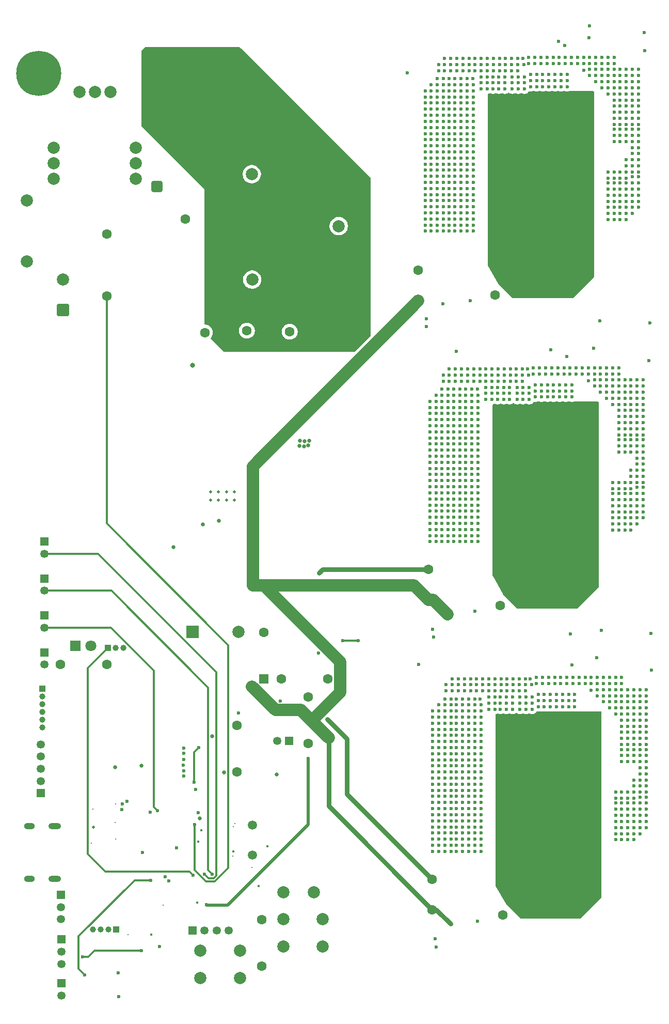
<source format=gbr>
%TF.GenerationSoftware,KiCad,Pcbnew,9.0.7*%
%TF.CreationDate,2026-01-12T17:17:52+03:00*%
%TF.ProjectId,Motor_Driver_Shell_Eco,4d6f746f-725f-4447-9269-7665725f5368,rev?*%
%TF.SameCoordinates,Original*%
%TF.FileFunction,Copper,L4,Inr*%
%TF.FilePolarity,Positive*%
%FSLAX46Y46*%
G04 Gerber Fmt 4.6, Leading zero omitted, Abs format (unit mm)*
G04 Created by KiCad (PCBNEW 9.0.7) date 2026-01-12 17:17:52*
%MOMM*%
%LPD*%
G01*
G04 APERTURE LIST*
G04 Aperture macros list*
%AMRoundRect*
0 Rectangle with rounded corners*
0 $1 Rounding radius*
0 $2 $3 $4 $5 $6 $7 $8 $9 X,Y pos of 4 corners*
0 Add a 4 corners polygon primitive as box body*
4,1,4,$2,$3,$4,$5,$6,$7,$8,$9,$2,$3,0*
0 Add four circle primitives for the rounded corners*
1,1,$1+$1,$2,$3*
1,1,$1+$1,$4,$5*
1,1,$1+$1,$6,$7*
1,1,$1+$1,$8,$9*
0 Add four rect primitives between the rounded corners*
20,1,$1+$1,$2,$3,$4,$5,0*
20,1,$1+$1,$4,$5,$6,$7,0*
20,1,$1+$1,$6,$7,$8,$9,0*
20,1,$1+$1,$8,$9,$2,$3,0*%
G04 Aperture macros list end*
%TA.AperFunction,ComponentPad*%
%ADD10R,1.800000X1.800000*%
%TD*%
%TA.AperFunction,ComponentPad*%
%ADD11C,1.800000*%
%TD*%
%TA.AperFunction,ComponentPad*%
%ADD12C,1.600000*%
%TD*%
%TA.AperFunction,ComponentPad*%
%ADD13R,1.350000X1.350000*%
%TD*%
%TA.AperFunction,ComponentPad*%
%ADD14C,1.350000*%
%TD*%
%TA.AperFunction,ComponentPad*%
%ADD15C,2.000000*%
%TD*%
%TA.AperFunction,ComponentPad*%
%ADD16R,2.000000X2.000000*%
%TD*%
%TA.AperFunction,ComponentPad*%
%ADD17RoundRect,0.250000X0.650000X-0.650000X0.650000X0.650000X-0.650000X0.650000X-0.650000X-0.650000X0*%
%TD*%
%TA.AperFunction,ComponentPad*%
%ADD18C,0.800000*%
%TD*%
%TA.AperFunction,ComponentPad*%
%ADD19C,7.400000*%
%TD*%
%TA.AperFunction,ComponentPad*%
%ADD20RoundRect,0.250000X0.750000X-0.750000X0.750000X0.750000X-0.750000X0.750000X-0.750000X-0.750000X0*%
%TD*%
%TA.AperFunction,ComponentPad*%
%ADD21RoundRect,0.250000X0.550000X-0.550000X0.550000X0.550000X-0.550000X0.550000X-0.550000X-0.550000X0*%
%TD*%
%TA.AperFunction,ComponentPad*%
%ADD22C,1.500000*%
%TD*%
%TA.AperFunction,ComponentPad*%
%ADD23R,1.000000X1.000000*%
%TD*%
%TA.AperFunction,ComponentPad*%
%ADD24C,1.000000*%
%TD*%
%TA.AperFunction,HeatsinkPad*%
%ADD25C,0.500000*%
%TD*%
%TA.AperFunction,HeatsinkPad*%
%ADD26O,2.100000X1.000000*%
%TD*%
%TA.AperFunction,HeatsinkPad*%
%ADD27O,1.800000X1.000000*%
%TD*%
%TA.AperFunction,ViaPad*%
%ADD28C,0.300000*%
%TD*%
%TA.AperFunction,ViaPad*%
%ADD29C,0.600000*%
%TD*%
%TA.AperFunction,ViaPad*%
%ADD30C,0.650000*%
%TD*%
%TA.AperFunction,ViaPad*%
%ADD31C,0.800000*%
%TD*%
%TA.AperFunction,ViaPad*%
%ADD32C,0.400000*%
%TD*%
%TA.AperFunction,ViaPad*%
%ADD33C,0.500000*%
%TD*%
%TA.AperFunction,Conductor*%
%ADD34C,0.300000*%
%TD*%
%TA.AperFunction,Conductor*%
%ADD35C,2.000000*%
%TD*%
%TA.AperFunction,Conductor*%
%ADD36C,0.800000*%
%TD*%
%TA.AperFunction,Conductor*%
%ADD37C,0.500000*%
%TD*%
%TA.AperFunction,Conductor*%
%ADD38C,0.350000*%
%TD*%
G04 APERTURE END LIST*
D10*
%TO.N,GND*%
%TO.C,D3*%
X100955000Y-126525000D03*
D11*
%TO.N,Net-(D3-A)*%
X103495000Y-126525000D03*
%TD*%
D12*
%TO.N,+VDC*%
%TO.C,C6*%
X122225000Y-75150000D03*
%TO.N,-VDC*%
X124725000Y-75150000D03*
%TD*%
%TO.N,Net-(D4-K)*%
%TO.C,C39*%
X170625000Y-119862500D03*
%TO.N,/FET/Phase_B_FET/PHASE_B*%
X170625000Y-114862500D03*
%TD*%
D13*
%TO.N,GND*%
%TO.C,J7*%
X95925000Y-109425000D03*
D14*
%TO.N,BRAKE*%
X95925000Y-111425000D03*
%TD*%
D12*
%TO.N,Net-(D5-K)*%
%TO.C,C40*%
X169850000Y-68987500D03*
%TO.N,/FET/Phase_C_FET/PHASE_C*%
X169850000Y-63987500D03*
%TD*%
D13*
%TO.N,GND*%
%TO.C,J4*%
X136075000Y-142050000D03*
D14*
%TO.N,TEMP_SENSOR*%
X134075000Y-142050000D03*
%TD*%
D15*
%TO.N,Net-(H1-Pad1)*%
%TO.C,S1*%
X97400000Y-44845000D03*
X97400000Y-47385000D03*
X97400000Y-49925000D03*
%TO.N,+VDC*%
X110862000Y-49975800D03*
X110862000Y-47435800D03*
X110862000Y-44895800D03*
%TO.N,Net-(S1-Vout)*%
X106702800Y-35701000D03*
%TO.N,GND*%
X104162800Y-35701000D03*
%TO.N,+5V*%
X101622800Y-35701000D03*
%TD*%
D12*
%TO.N,Net-(JP1-C)*%
%TO.C,R12*%
X106150000Y-129575000D03*
%TO.N,Net-(J13-Pin_2)*%
X98530000Y-129575000D03*
%TD*%
%TO.N,+12V*%
%TO.C,C88*%
X158900000Y-118975000D03*
%TO.N,GND*%
X158900000Y-113975000D03*
%TD*%
D15*
%TO.N,CSense_OUT_LES*%
%TO.C,C8*%
X93000000Y-63500000D03*
%TO.N,GND*%
X93000000Y-53500000D03*
%TD*%
D12*
%TO.N,+12V*%
%TO.C,C90*%
X157225000Y-69975000D03*
%TO.N,GND*%
X157225000Y-64975000D03*
%TD*%
D13*
%TO.N,+3V3*%
%TO.C,J9*%
X98575000Y-167300000D03*
D14*
%TO.N,REGEN*%
X98575000Y-169300000D03*
%TO.N,GND*%
X98575000Y-171300000D03*
%TD*%
D12*
%TO.N,+VDC*%
%TO.C,C4*%
X129125000Y-74850000D03*
%TO.N,-VDC*%
X131625000Y-74850000D03*
%TD*%
D16*
%TO.N,+5V*%
%TO.C,BZ1*%
X120175000Y-124175000D03*
D15*
%TO.N,Net-(BZ1--)*%
X127775000Y-124175000D03*
%TD*%
D17*
%TO.N,+VDC*%
%TO.C,D1*%
X114350000Y-51255000D03*
D11*
%TO.N,-VDC*%
X114350000Y-41095000D03*
%TD*%
D15*
%TO.N,GND*%
%TO.C,C28*%
X140067500Y-166910000D03*
%TO.N,/MCU/NRST*%
X135067500Y-166910000D03*
%TD*%
%TO.N,+VDC*%
%TO.C,C1*%
X144175000Y-57725000D03*
%TO.N,-VDC*%
X144175000Y-50225000D03*
%TD*%
D18*
%TO.N,Net-(H1-Pad1)*%
%TO.C,H1*%
X92162779Y-32675000D03*
X92975558Y-30712779D03*
X92975558Y-34637221D03*
X94937779Y-29900000D03*
D19*
X94937779Y-32675000D03*
D18*
X94937779Y-35450000D03*
X96900000Y-30712779D03*
X96900000Y-34637221D03*
X97712779Y-32675000D03*
%TD*%
D13*
%TO.N,GND*%
%TO.C,J10*%
X95925000Y-115475000D03*
D14*
%TO.N,CRUISE*%
X95925000Y-117475000D03*
%TD*%
D20*
%TO.N,CSense_OUT_LES*%
%TO.C,C7*%
X98975000Y-71500000D03*
D15*
%TO.N,GND*%
X98975000Y-66500000D03*
%TD*%
D21*
%TO.N,+5V*%
%TO.C,D2*%
X131900000Y-131872500D03*
D12*
%TO.N,Net-(BZ1--)*%
X131900000Y-124252500D03*
%TD*%
D15*
%TO.N,GND*%
%TO.C,SW1*%
X141567500Y-175810000D03*
X135067500Y-175810000D03*
%TO.N,/MCU/NRST*%
X141567500Y-171310000D03*
X135067500Y-171310000D03*
%TD*%
D13*
%TO.N,+3V3*%
%TO.C,J8*%
X98725000Y-174625000D03*
D14*
%TO.N,ACCEL*%
X98725000Y-176625000D03*
%TO.N,GND*%
X98725000Y-178625000D03*
%TD*%
D22*
%TO.N,Net-(U1-PH0)*%
%TO.C,Y1*%
X130025000Y-160750000D03*
%TO.N,Net-(U1-PH1)*%
X130025000Y-155850000D03*
%TD*%
D12*
%TO.N,+VDC*%
%TO.C,C5*%
X136150000Y-75025000D03*
%TO.N,-VDC*%
X138650000Y-75025000D03*
%TD*%
D18*
%TO.N,/FET/Phase_C_FET/PHASE_C*%
%TO.C,H7*%
X181187779Y-67462779D03*
X179225558Y-66650000D03*
X183150000Y-66650000D03*
X178412779Y-64687779D03*
D19*
X181187779Y-64687779D03*
D18*
X183962779Y-64687779D03*
X179225558Y-62725558D03*
X183150000Y-62725558D03*
X181187779Y-61912779D03*
%TD*%
%TO.N,-VDC*%
%TO.C,H2*%
X113075000Y-32375000D03*
X113887779Y-30412779D03*
X113887779Y-34337221D03*
X115850000Y-29600000D03*
D19*
X115850000Y-32375000D03*
D18*
X115850000Y-35150000D03*
X117812221Y-30412779D03*
X117812221Y-34337221D03*
X118625000Y-32375000D03*
%TD*%
D12*
%TO.N,+12V*%
%TO.C,C89*%
X159525000Y-169750000D03*
%TO.N,GND*%
X159525000Y-164750000D03*
%TD*%
%TO.N,+VDC*%
%TO.C,R1*%
X119000000Y-56520000D03*
%TO.N,-VDC*%
X119000000Y-41280000D03*
%TD*%
D15*
%TO.N,+3V3*%
%TO.C,SW2*%
X127967500Y-180960000D03*
X121467500Y-180960000D03*
%TO.N,/MCU/BOOT0*%
X127967500Y-176460000D03*
X121467500Y-176460000D03*
%TD*%
D23*
%TO.N,STATUS_LED*%
%TO.C,JP1*%
X106360000Y-126825000D03*
D24*
%TO.N,Net-(JP1-C)*%
X107630000Y-126825000D03*
%TO.N,Net-(JP1-B)*%
X108900000Y-126825000D03*
%TD*%
D12*
%TO.N,Net-(Q1-B)*%
%TO.C,R20*%
X134790000Y-131872500D03*
%TO.N,GND*%
X142410000Y-131872500D03*
%TD*%
D18*
%TO.N,/FET/Phase_B_FET/PHASE_B*%
%TO.C,H4*%
X181962779Y-118337779D03*
X180000558Y-117525000D03*
X183925000Y-117525000D03*
X179187779Y-115562779D03*
D19*
X181962779Y-115562779D03*
D18*
X184737779Y-115562779D03*
X180000558Y-113600558D03*
X183925000Y-113600558D03*
X181962779Y-112787779D03*
%TD*%
D13*
%TO.N,Net-(J2-Pin_1)*%
%TO.C,J2*%
X95325000Y-150650000D03*
D14*
%TO.N,Net-(J2-Pin_2)*%
X95325000Y-148650000D03*
%TO.N,Net-(J2-Pin_3)*%
X95325000Y-146650000D03*
%TO.N,+5V*%
X95325000Y-144650000D03*
%TO.N,GND*%
X95325000Y-142650000D03*
%TD*%
D15*
%TO.N,+VDC*%
%TO.C,C2*%
X129925000Y-49200000D03*
%TO.N,-VDC*%
X129925000Y-41700000D03*
%TD*%
D12*
%TO.N,Net-(S1-Vout)*%
%TO.C,R2*%
X106150000Y-59045000D03*
%TO.N,CSense_OUT_LES*%
X106150000Y-69205000D03*
%TD*%
D13*
%TO.N,GND*%
%TO.C,J12*%
X95925000Y-121525000D03*
D14*
%TO.N,PANIC STOP*%
X95925000Y-123525000D03*
%TD*%
D13*
%TO.N,GND*%
%TO.C,J13*%
X95925000Y-127575000D03*
D14*
%TO.N,Net-(J13-Pin_2)*%
X95925000Y-129575000D03*
%TD*%
D13*
%TO.N,Net-(J3-Pin_1)*%
%TO.C,J3*%
X98675000Y-181800000D03*
D14*
%TO.N,Net-(J3-Pin_2)*%
X98675000Y-183800000D03*
%TD*%
D23*
%TO.N,BT_STATE*%
%TO.C,J6*%
X95550000Y-133510000D03*
D24*
%TO.N,BT_TX*%
X95550000Y-134780000D03*
%TO.N,BT_RX*%
X95550000Y-136050000D03*
%TO.N,GND*%
X95550000Y-137320000D03*
%TO.N,+5V*%
X95550000Y-138590000D03*
%TO.N,BT_KEY*%
X95550000Y-139860000D03*
%TD*%
D15*
%TO.N,+VDC*%
%TO.C,C3*%
X130000000Y-66475000D03*
%TO.N,-VDC*%
X130000000Y-58975000D03*
%TD*%
D12*
%TO.N,/MCU/NRST*%
%TO.C,R7*%
X131517500Y-171360000D03*
%TO.N,+3V3*%
X131517500Y-178980000D03*
%TD*%
D18*
%TO.N,/FET/Phase_A_FET/PHASE_A*%
%TO.C,H6*%
X182437779Y-169087779D03*
X180475558Y-168275000D03*
X184400000Y-168275000D03*
X179662779Y-166312779D03*
D19*
X182437779Y-166312779D03*
D18*
X185212779Y-166312779D03*
X180475558Y-164350558D03*
X184400000Y-164350558D03*
X182437779Y-163537779D03*
%TD*%
D12*
%TO.N,Net-(Q1-B)*%
%TO.C,R11*%
X139175000Y-134865000D03*
%TO.N,BUZZER*%
X139175000Y-142485000D03*
%TD*%
%TO.N,+3V3*%
%TO.C,R50*%
X127525000Y-139550000D03*
%TO.N,TEMP_SENSOR*%
X127525000Y-147170000D03*
%TD*%
D25*
%TO.N,-VDC*%
%TO.C,U2*%
X127065000Y-101287500D03*
X125765000Y-101287500D03*
X124465000Y-101287500D03*
X123165000Y-101287500D03*
X127065000Y-102587500D03*
X125765000Y-102587500D03*
X124465000Y-102587500D03*
X123165000Y-102587500D03*
%TD*%
D26*
%TO.N,GND*%
%TO.C,J11*%
X97640000Y-156030000D03*
D27*
X93460000Y-156030000D03*
D26*
X97640000Y-164670000D03*
D27*
X93460000Y-164670000D03*
%TD*%
D23*
%TO.N,+3V3*%
%TO.C,J5*%
X107695000Y-172950000D03*
D24*
%TO.N,SWCLK*%
X106425000Y-172950000D03*
%TO.N,GND*%
X105155000Y-172950000D03*
%TO.N,SWDIO*%
X103885000Y-172950000D03*
%TD*%
D12*
%TO.N,Net-(D7-K)*%
%TO.C,C57*%
X171100000Y-170612500D03*
%TO.N,/FET/Phase_A_FET/PHASE_A*%
X171100000Y-165612500D03*
%TD*%
D13*
%TO.N,/MCU/I2C_SCL*%
%TO.C,J1*%
X120167500Y-173110000D03*
D14*
%TO.N,/MCU/I2C_SDA*%
X122167500Y-173110000D03*
%TO.N,+5V*%
X124167500Y-173110000D03*
%TO.N,GND*%
X126167500Y-173110000D03*
%TD*%
D28*
%TO.N,VBAT*%
X129925000Y-162850000D03*
D29*
%TO.N,CSense_OUT_LES*%
X120525000Y-155800000D03*
D30*
%TO.N,Net-(U2-VCC)*%
X124500000Y-106000000D03*
X121875000Y-106625000D03*
D29*
%TO.N,+12V*%
X161250000Y-70450000D03*
X162500000Y-172075000D03*
X162025000Y-121325000D03*
D30*
X129975000Y-133175000D03*
X130125000Y-116625000D03*
D31*
%TO.N,+5V*%
X120175000Y-80525000D03*
D29*
X127725000Y-137475000D03*
D32*
%TO.N,/MCU/NRST*%
X121102586Y-158613898D03*
D28*
%TO.N,Net-(J2-Pin_1)*%
X103825000Y-153250000D03*
D33*
%TO.N,Net-(J2-Pin_2)*%
X103950000Y-156175000D03*
D28*
%TO.N,Net-(J2-Pin_3)*%
X103575000Y-158800000D03*
D29*
%TO.N,BT_RX*%
X108650000Y-152375000D03*
%TO.N,BT_KEY*%
X108575000Y-153325000D03*
%TO.N,BT_STATE*%
X112000000Y-160375000D03*
%TO.N,BT_TX*%
X109487500Y-151962500D03*
%TO.N,BRAKE*%
X122175000Y-163950000D03*
D30*
%TO.N,ACCEL*%
X121375000Y-154750000D03*
D29*
%TO.N,REGEN*%
X121125000Y-153825000D03*
%TO.N,CRUISE*%
X123400000Y-163925000D03*
D32*
%TO.N,/MCU/BOOT0*%
X120950000Y-168592500D03*
D29*
%TO.N,BUZZER*%
X139175000Y-144975000D03*
X122499140Y-168946836D03*
%TO.N,STATUS_LED*%
X120300000Y-164075000D03*
D28*
%TO.N,TMP_ALERT*%
X115400000Y-169010000D03*
D32*
X113467500Y-173860000D03*
D29*
%TO.N,/FET/Phase_A_FET/PHASE_A*%
X184600000Y-158075000D03*
X185600000Y-150175000D03*
X180600000Y-138175000D03*
X184600000Y-145175000D03*
X185600000Y-144175000D03*
X177600000Y-148175000D03*
X175800000Y-141175000D03*
X178600000Y-162075000D03*
X179600000Y-146175000D03*
X183600000Y-141175000D03*
X186600000Y-148175000D03*
X181600000Y-162075000D03*
X172800000Y-138175000D03*
X183600000Y-157175000D03*
X176800000Y-151175000D03*
X176800000Y-164175000D03*
X176800000Y-153175000D03*
X182600000Y-150175000D03*
X184600000Y-149175000D03*
X182600000Y-151175000D03*
X182600000Y-139175000D03*
X174800000Y-156175000D03*
X185600000Y-152175000D03*
X177600000Y-138175000D03*
X184600000Y-152175000D03*
X176800000Y-142175000D03*
X172800000Y-165075000D03*
X185600000Y-149175000D03*
X182600000Y-147175000D03*
X183600000Y-159075000D03*
X181600000Y-154175000D03*
X172800000Y-144175000D03*
X173800000Y-151175000D03*
X174800000Y-144175000D03*
X177600000Y-158075000D03*
X175800000Y-163175000D03*
X184600000Y-142175000D03*
X172800000Y-151175000D03*
X172800000Y-156175000D03*
X186600000Y-147175000D03*
X181600000Y-142175000D03*
X179600000Y-142175000D03*
X174800000Y-148175000D03*
X176800000Y-162175000D03*
X185600000Y-160075000D03*
X172800000Y-153175000D03*
X186600000Y-158075000D03*
X184600000Y-139175000D03*
X180600000Y-159075000D03*
X175800000Y-138175000D03*
X181600000Y-144175000D03*
X176800000Y-145175000D03*
X183600000Y-139175000D03*
X179600000Y-155175000D03*
X175800000Y-147175000D03*
X179600000Y-147175000D03*
X181600000Y-151175000D03*
X180600000Y-141175000D03*
X172800000Y-141175000D03*
X181600000Y-138175000D03*
X176800000Y-146175000D03*
X182600000Y-152175000D03*
X173800000Y-161175000D03*
X175800000Y-160175000D03*
X173800000Y-138175000D03*
X172800000Y-142175000D03*
X172800000Y-145175000D03*
X183600000Y-152175000D03*
X186600000Y-140175000D03*
X185600000Y-157175000D03*
X185600000Y-162075000D03*
X174800000Y-139175000D03*
X186600000Y-155175000D03*
X184600000Y-147175000D03*
X176800000Y-157175000D03*
X175800000Y-148175000D03*
X180600000Y-151175000D03*
X182600000Y-159075000D03*
X180600000Y-162075000D03*
X175800000Y-150175000D03*
X183600000Y-155175000D03*
X175800000Y-162175000D03*
X174800000Y-165075000D03*
X175800000Y-140175000D03*
X185600000Y-153175000D03*
X174800000Y-143175000D03*
X183600000Y-149175000D03*
X182600000Y-145175000D03*
X178600000Y-160075000D03*
X184600000Y-155175000D03*
X177600000Y-160075000D03*
X182600000Y-138175000D03*
X180600000Y-158075000D03*
X186600000Y-138175000D03*
X180600000Y-150175000D03*
X182600000Y-146175000D03*
X174800000Y-142175000D03*
X173800000Y-164175000D03*
X181600000Y-146175000D03*
X182600000Y-155175000D03*
X178600000Y-141175000D03*
X181600000Y-140175000D03*
X172800000Y-166075000D03*
X176800000Y-140175000D03*
X173800000Y-150175000D03*
X185600000Y-145175000D03*
X177600000Y-157175000D03*
X181600000Y-153175000D03*
X174800000Y-141175000D03*
X180600000Y-139175000D03*
X181600000Y-143175000D03*
X183600000Y-151175000D03*
X178600000Y-145175000D03*
X183600000Y-161075000D03*
X178600000Y-138175000D03*
X182600000Y-141175000D03*
X175800000Y-139175000D03*
X186600000Y-152175000D03*
X182600000Y-161075000D03*
X186600000Y-146175000D03*
X180600000Y-140175000D03*
X174800000Y-158175000D03*
X175800000Y-167075000D03*
X184600000Y-148175000D03*
X184600000Y-156175000D03*
X173800000Y-160175000D03*
X173800000Y-145175000D03*
X174800000Y-159175000D03*
X178600000Y-152175000D03*
X179600000Y-162075000D03*
X172800000Y-158175000D03*
X183600000Y-148175000D03*
X177600000Y-161075000D03*
X178600000Y-146175000D03*
X184600000Y-154175000D03*
X180600000Y-156175000D03*
X172800000Y-152175000D03*
X174800000Y-153175000D03*
X177600000Y-159075000D03*
X179600000Y-161075000D03*
X175800000Y-143175000D03*
X185600000Y-142175000D03*
X174800000Y-140175000D03*
X186600000Y-142175000D03*
X181600000Y-149175000D03*
X179800000Y-163175000D03*
X183600000Y-153175000D03*
X180600000Y-144175000D03*
X185600000Y-155175000D03*
X179600000Y-140175000D03*
X175800000Y-165075000D03*
X180600000Y-155175000D03*
X183600000Y-140175000D03*
X185600000Y-159075000D03*
X174800000Y-138175000D03*
X178600000Y-147175000D03*
X179600000Y-159075000D03*
X172800000Y-157175000D03*
X177600000Y-143175000D03*
X174800000Y-161175000D03*
X183600000Y-143175000D03*
X183600000Y-162075000D03*
X182600000Y-157175000D03*
X179600000Y-139175000D03*
X179600000Y-138175000D03*
X172800000Y-139175000D03*
X177600000Y-141175000D03*
X176800000Y-159175000D03*
X177600000Y-140175000D03*
X185600000Y-139175000D03*
X177600000Y-146175000D03*
X176800000Y-156175000D03*
X176800000Y-150175000D03*
X186600000Y-162075000D03*
X181600000Y-159075000D03*
X181600000Y-157175000D03*
X186600000Y-159075000D03*
X177800000Y-163175000D03*
X183600000Y-158075000D03*
X176800000Y-160175000D03*
X184600000Y-140175000D03*
X174800000Y-167075000D03*
X176800000Y-138175000D03*
X181600000Y-160075000D03*
X178600000Y-151175000D03*
X179600000Y-144175000D03*
X173800000Y-167075000D03*
X186600000Y-151175000D03*
X172800000Y-154175000D03*
X184600000Y-141175000D03*
X175800000Y-155175000D03*
X173800000Y-156175000D03*
X176800000Y-148175000D03*
X174800000Y-150175000D03*
X175800000Y-154175000D03*
X184600000Y-138175000D03*
X173800000Y-158175000D03*
X176800000Y-147175000D03*
X177600000Y-142175000D03*
X180600000Y-161075000D03*
X181600000Y-152175000D03*
X178600000Y-142175000D03*
X178600000Y-143175000D03*
X181600000Y-145175000D03*
X177600000Y-155175000D03*
X176800000Y-141175000D03*
X180600000Y-146175000D03*
X177600000Y-139175000D03*
X186600000Y-154175000D03*
X176800000Y-161175000D03*
X172800000Y-155175000D03*
X173800000Y-143175000D03*
X176800000Y-152175000D03*
X181600000Y-147175000D03*
X176800000Y-149175000D03*
X177800000Y-167075000D03*
X177600000Y-149175000D03*
X172800000Y-167075000D03*
X180600000Y-152175000D03*
X174800000Y-146175000D03*
X184600000Y-151175000D03*
X181600000Y-141175000D03*
X182600000Y-158075000D03*
X185600000Y-148175000D03*
X177800000Y-164175000D03*
X182600000Y-156175000D03*
X175800000Y-159175000D03*
X172800000Y-143175000D03*
X182600000Y-162075000D03*
X175800000Y-156175000D03*
X173800000Y-148175000D03*
X175800000Y-146175000D03*
X175800000Y-166075000D03*
X173800000Y-140175000D03*
X174800000Y-162175000D03*
X177600000Y-152175000D03*
X173800000Y-149175000D03*
X178600000Y-139175000D03*
X185600000Y-141175000D03*
X182600000Y-154175000D03*
X185600000Y-156175000D03*
X173800000Y-146175000D03*
X178600000Y-159075000D03*
X176800000Y-165075000D03*
X175800000Y-142175000D03*
X174800000Y-145175000D03*
X179600000Y-148175000D03*
X177800000Y-166075000D03*
X186600000Y-141175000D03*
X180600000Y-148175000D03*
X179600000Y-153175000D03*
X178800000Y-163175000D03*
X175800000Y-145175000D03*
X179600000Y-160075000D03*
X174800000Y-147175000D03*
X178600000Y-156175000D03*
X186600000Y-144175000D03*
X182600000Y-143175000D03*
X184600000Y-146175000D03*
X183600000Y-146175000D03*
X177600000Y-162075000D03*
X184600000Y-160075000D03*
X180600000Y-145175000D03*
X173800000Y-142175000D03*
X178600000Y-161075000D03*
X175800000Y-144175000D03*
X172800000Y-163175000D03*
X186600000Y-157175000D03*
X173800000Y-154175000D03*
X186600000Y-153175000D03*
X184600000Y-150175000D03*
X184600000Y-162075000D03*
X178600000Y-144175000D03*
X182600000Y-140175000D03*
X174800000Y-152175000D03*
X174800000Y-163175000D03*
X178800000Y-164175000D03*
X181600000Y-139175000D03*
X181600000Y-158075000D03*
X174800000Y-164175000D03*
X179600000Y-151175000D03*
X182600000Y-153175000D03*
X178600000Y-158075000D03*
X186600000Y-145175000D03*
X178600000Y-150175000D03*
X176800000Y-139175000D03*
X173800000Y-144175000D03*
X174800000Y-157175000D03*
X180600000Y-147175000D03*
X181600000Y-161075000D03*
X182600000Y-142175000D03*
X177800000Y-165075000D03*
X172800000Y-140175000D03*
X185600000Y-158075000D03*
X183600000Y-154175000D03*
X177600000Y-151175000D03*
X184600000Y-143175000D03*
X183600000Y-147175000D03*
X184600000Y-157175000D03*
X186600000Y-143175000D03*
X183600000Y-156175000D03*
X179600000Y-149175000D03*
X185600000Y-147175000D03*
X186600000Y-156175000D03*
X180600000Y-154175000D03*
X186600000Y-139175000D03*
X182600000Y-149175000D03*
X173800000Y-141175000D03*
X173800000Y-163175000D03*
X174800000Y-160175000D03*
X173800000Y-153175000D03*
X183600000Y-145175000D03*
X174800000Y-166075000D03*
X180600000Y-149175000D03*
X172800000Y-164175000D03*
X174800000Y-149175000D03*
X176800000Y-144175000D03*
X185600000Y-140175000D03*
X177600000Y-154175000D03*
X177600000Y-153175000D03*
X185600000Y-151175000D03*
X186600000Y-160075000D03*
X185600000Y-143175000D03*
X175800000Y-158175000D03*
X175800000Y-151175000D03*
X179600000Y-141175000D03*
X177600000Y-150175000D03*
X176800000Y-155175000D03*
X184600000Y-159075000D03*
X178600000Y-148175000D03*
X174800000Y-155175000D03*
X178600000Y-154175000D03*
X178600000Y-149175000D03*
X183600000Y-150175000D03*
X180600000Y-153175000D03*
X182600000Y-160075000D03*
X173800000Y-147175000D03*
X177600000Y-147175000D03*
X183600000Y-144175000D03*
X179600000Y-158075000D03*
X173800000Y-162175000D03*
X179600000Y-154175000D03*
X176800000Y-154175000D03*
X176800000Y-158175000D03*
X185600000Y-161075000D03*
X175800000Y-152175000D03*
X181600000Y-156175000D03*
X179600000Y-143175000D03*
X173800000Y-139175000D03*
X175800000Y-157175000D03*
X180600000Y-157175000D03*
X177600000Y-156175000D03*
X179600000Y-152175000D03*
X176800000Y-163175000D03*
X185600000Y-146175000D03*
X174800000Y-154175000D03*
X175800000Y-153175000D03*
X182600000Y-148175000D03*
X185600000Y-154175000D03*
X179600000Y-157175000D03*
X181600000Y-150175000D03*
X179600000Y-150175000D03*
X175800000Y-149175000D03*
X186600000Y-161075000D03*
X176800000Y-166075000D03*
X175800000Y-164175000D03*
X184600000Y-161075000D03*
X173800000Y-166075000D03*
X182600000Y-144175000D03*
X178600000Y-155175000D03*
X184600000Y-144175000D03*
X178600000Y-153175000D03*
X173800000Y-165075000D03*
X173800000Y-159175000D03*
X186600000Y-149175000D03*
X177600000Y-144175000D03*
X180600000Y-142175000D03*
X173800000Y-157175000D03*
X178600000Y-140175000D03*
X176800000Y-167075000D03*
X177600000Y-145175000D03*
X186600000Y-150175000D03*
X179600000Y-145175000D03*
X174800000Y-151175000D03*
X184600000Y-153175000D03*
X183600000Y-160075000D03*
X185600000Y-138175000D03*
X176800000Y-143175000D03*
X173800000Y-152175000D03*
X175800000Y-161175000D03*
X180600000Y-143175000D03*
X173800000Y-155175000D03*
X178600000Y-157175000D03*
X181600000Y-155175000D03*
X179600000Y-156175000D03*
X183600000Y-138175000D03*
X183600000Y-142175000D03*
X180600000Y-160075000D03*
X181600000Y-148175000D03*
%TO.N,HS_MOS_C*%
X158600000Y-72900000D03*
X118725000Y-144100000D03*
%TO.N,/FET/HS_MOS_A*%
X160025000Y-174535000D03*
X118750000Y-146975000D03*
%TO.N,LS_MOS_C*%
X158600000Y-74175000D03*
X118725000Y-143299997D03*
%TO.N,CAN_S*%
X113375000Y-164950000D03*
X113250000Y-153800000D03*
X102525000Y-180400000D03*
D32*
%TO.N,+3V3*%
X121625000Y-156750000D03*
D29*
X102175000Y-177450000D03*
D32*
X131025000Y-165900000D03*
D29*
X182200000Y-124550000D03*
D28*
X109617500Y-173860000D03*
D29*
X111800000Y-176435000D03*
D32*
%TO.N,VDD_1*%
X126875000Y-160200000D03*
X132467500Y-159360000D03*
D28*
%TO.N,VDD_2*%
X126925000Y-156150000D03*
D29*
%TO.N,CAN_RX*%
X116300000Y-165050000D03*
X108050000Y-180125000D03*
%TO.N,CAN_TX*%
X108125000Y-183950000D03*
X115750000Y-164300000D03*
D28*
%TO.N,GND*%
X107625000Y-152400000D03*
D30*
X125350000Y-147225000D03*
X134000000Y-147600000D03*
X142300000Y-138525000D03*
D29*
X187025000Y-73225000D03*
X181250000Y-28100000D03*
D30*
X137743290Y-93750000D03*
X140925000Y-114575000D03*
X123425000Y-141325000D03*
D28*
X107575000Y-158200000D03*
D29*
X157250000Y-129575000D03*
D30*
X138500000Y-93800000D03*
D28*
X127125000Y-155650000D03*
D30*
X138544276Y-92950000D03*
X107525000Y-146400000D03*
X117100000Y-110325000D03*
X139175000Y-93675000D03*
D28*
X107525000Y-155450000D03*
D29*
X182475000Y-129625000D03*
D30*
X139300000Y-92900000D03*
X137800000Y-92875000D03*
D28*
X126825000Y-160950000D03*
D29*
X185314975Y-24925025D03*
X134625000Y-135525000D03*
D30*
X111812500Y-146162500D03*
D29*
X181625000Y-79100000D03*
X187300000Y-123975000D03*
X140850000Y-127675000D03*
X114800000Y-175750000D03*
%TO.N,+VDC*%
X163250000Y-57550000D03*
X163250000Y-41550000D03*
X159125000Y-93425000D03*
X165500000Y-144175000D03*
X164025000Y-102425000D03*
X180900000Y-136475000D03*
X173650000Y-35250000D03*
X165250000Y-44550000D03*
X162125000Y-88425000D03*
X159600000Y-137175000D03*
X164250000Y-33550000D03*
X166250000Y-58550000D03*
X160600000Y-150175000D03*
X160350000Y-57550000D03*
X162600000Y-154175000D03*
X176650000Y-32850000D03*
X181650000Y-33850000D03*
X178425000Y-85725000D03*
X172225000Y-86125000D03*
X176900000Y-134475000D03*
X162600000Y-158175000D03*
X175650000Y-32850000D03*
X162250000Y-48550000D03*
X166500000Y-158175000D03*
X158350000Y-37550000D03*
X161600000Y-158175000D03*
X159125000Y-98425000D03*
X164500000Y-153175000D03*
X162125000Y-103425000D03*
X165500000Y-153175000D03*
X158350000Y-44550000D03*
X166500000Y-138175000D03*
X167500000Y-138175000D03*
X159350000Y-36550000D03*
X175650000Y-34850000D03*
X171450000Y-33250000D03*
X159600000Y-144175000D03*
X161350000Y-36550000D03*
X171225000Y-85125000D03*
X181900000Y-136475000D03*
X164250000Y-39550000D03*
X169800000Y-135875000D03*
X163250000Y-39550000D03*
X160350000Y-39550000D03*
X168800000Y-135875000D03*
X160350000Y-34550000D03*
X170225000Y-86125000D03*
X165250000Y-34550000D03*
X165500000Y-148175000D03*
X164250000Y-40550000D03*
X164025000Y-109425000D03*
X160350000Y-36550000D03*
X169800000Y-136875000D03*
X166025000Y-84425000D03*
X176650000Y-34850000D03*
X177900000Y-136475000D03*
X159600000Y-154175000D03*
X165025000Y-108425000D03*
X171450000Y-35250000D03*
X163250000Y-44550000D03*
X163250000Y-56550000D03*
X176425000Y-85725000D03*
X162125000Y-89425000D03*
X166500000Y-156175000D03*
X169325000Y-85125000D03*
X178425000Y-84725000D03*
X160125000Y-91425000D03*
X162125000Y-107425000D03*
X164250000Y-57550000D03*
X166250000Y-53550000D03*
X180425000Y-84725000D03*
X159600000Y-159175000D03*
X164500000Y-155175000D03*
X162250000Y-55550000D03*
X164500000Y-137175000D03*
X161125000Y-98425000D03*
X159125000Y-90425000D03*
X178900000Y-135475000D03*
X166250000Y-40550000D03*
X163250000Y-50550000D03*
X160600000Y-148175000D03*
X161350000Y-49550000D03*
X159350000Y-51550000D03*
X164250000Y-54550000D03*
X165500000Y-139175000D03*
X160125000Y-90425000D03*
X159125000Y-109425000D03*
X158350000Y-54550000D03*
X160600000Y-144175000D03*
X161600000Y-137175000D03*
X162250000Y-42550000D03*
X160350000Y-58550000D03*
X165025000Y-109425000D03*
X165025000Y-96425000D03*
X173425000Y-86125000D03*
X162250000Y-53550000D03*
X165025000Y-94425000D03*
X182900000Y-134475000D03*
X165025000Y-86425000D03*
X162600000Y-151175000D03*
X162125000Y-90425000D03*
X169450000Y-34250000D03*
X160350000Y-51550000D03*
X165500000Y-141175000D03*
X182425000Y-85725000D03*
X164250000Y-35550000D03*
X161125000Y-93425000D03*
X168550000Y-34250000D03*
X167500000Y-157175000D03*
X164500000Y-143175000D03*
X158350000Y-40550000D03*
X159125000Y-96425000D03*
X172650000Y-33250000D03*
X163250000Y-38550000D03*
X166025000Y-94425000D03*
X159600000Y-148175000D03*
X170450000Y-35250000D03*
X159350000Y-40550000D03*
X162125000Y-106425000D03*
X164250000Y-58550000D03*
X159125000Y-102425000D03*
X163500000Y-146175000D03*
X167025000Y-90425000D03*
X169325000Y-84125000D03*
X159350000Y-45550000D03*
X165025000Y-105425000D03*
X166500000Y-141175000D03*
X158350000Y-57550000D03*
X160125000Y-107425000D03*
X167500000Y-144175000D03*
X177650000Y-32850000D03*
X165025000Y-102425000D03*
X164250000Y-34550000D03*
X159350000Y-46550000D03*
X161125000Y-84425000D03*
X159600000Y-149175000D03*
X165025000Y-90425000D03*
X163025000Y-102425000D03*
X164250000Y-55550000D03*
X168325000Y-84125000D03*
X161125000Y-94425000D03*
X164025000Y-105425000D03*
X163025000Y-97425000D03*
X165500000Y-156175000D03*
X172225000Y-85125000D03*
X161600000Y-159175000D03*
X162250000Y-47550000D03*
X162600000Y-152175000D03*
X163250000Y-48550000D03*
X165250000Y-51550000D03*
X160600000Y-154175000D03*
X167500000Y-149175000D03*
X163025000Y-92425000D03*
X166500000Y-160175000D03*
X165500000Y-147175000D03*
X162125000Y-100425000D03*
X181650000Y-34850000D03*
X174650000Y-34250000D03*
X163500000Y-137175000D03*
X161350000Y-39550000D03*
X161600000Y-160175000D03*
X164250000Y-42550000D03*
X163025000Y-86425000D03*
X177425000Y-85725000D03*
X162125000Y-98425000D03*
X164025000Y-93425000D03*
X159125000Y-91425000D03*
X166025000Y-107425000D03*
X163250000Y-34550000D03*
X158350000Y-42550000D03*
X158350000Y-55550000D03*
X161600000Y-145175000D03*
X160600000Y-145175000D03*
X163500000Y-160175000D03*
X163250000Y-58550000D03*
X163025000Y-101425000D03*
X160600000Y-149175000D03*
X165500000Y-157175000D03*
X165025000Y-106425000D03*
X164025000Y-108425000D03*
X162600000Y-138175000D03*
X159600000Y-142175000D03*
X166250000Y-37550000D03*
X167500000Y-148175000D03*
X166500000Y-146175000D03*
X161125000Y-91425000D03*
X160350000Y-50550000D03*
X160600000Y-141175000D03*
X164500000Y-156175000D03*
X175900000Y-135875000D03*
X163025000Y-95425000D03*
X165500000Y-136175000D03*
X172225000Y-84125000D03*
X165500000Y-146175000D03*
X162600000Y-156175000D03*
X158350000Y-53550000D03*
X162600000Y-141175000D03*
X164500000Y-160175000D03*
X174650000Y-35250000D03*
X170225000Y-85125000D03*
X159600000Y-140175000D03*
X179425000Y-84725000D03*
X165500000Y-143175000D03*
X168325000Y-86125000D03*
X181900000Y-134475000D03*
X160350000Y-42550000D03*
X166500000Y-136175000D03*
X162250000Y-43550000D03*
X160600000Y-158175000D03*
X164500000Y-146175000D03*
X165250000Y-33550000D03*
X164250000Y-50550000D03*
X164500000Y-136175000D03*
X163025000Y-105425000D03*
X162600000Y-144175000D03*
X169450000Y-33250000D03*
X177425000Y-83725000D03*
X159350000Y-37550000D03*
X165250000Y-35550000D03*
X165250000Y-50550000D03*
X158350000Y-49550000D03*
X165250000Y-40550000D03*
X162600000Y-157175000D03*
X165025000Y-89425000D03*
X166025000Y-85425000D03*
X180900000Y-135475000D03*
X165500000Y-135175000D03*
X161125000Y-109425000D03*
X163025000Y-104425000D03*
X167500000Y-147175000D03*
X171700000Y-135875000D03*
X159350000Y-48550000D03*
X160125000Y-104425000D03*
X167025000Y-103425000D03*
X166250000Y-51550000D03*
X165250000Y-52550000D03*
X165025000Y-91425000D03*
X165025000Y-107425000D03*
X166500000Y-135175000D03*
X161125000Y-89425000D03*
X166250000Y-45550000D03*
X166925000Y-84425000D03*
X161125000Y-95425000D03*
X166250000Y-49550000D03*
X161125000Y-105425000D03*
X164500000Y-144175000D03*
X162250000Y-58550000D03*
X166250000Y-36550000D03*
X160350000Y-48550000D03*
X158350000Y-52550000D03*
X161600000Y-155175000D03*
X166025000Y-104425000D03*
X160350000Y-37550000D03*
X161600000Y-146175000D03*
X164500000Y-135175000D03*
X160600000Y-147175000D03*
X172700000Y-136875000D03*
X164500000Y-154175000D03*
X163250000Y-51550000D03*
X161125000Y-104425000D03*
X164250000Y-51550000D03*
X165500000Y-142175000D03*
X161125000Y-106425000D03*
X166250000Y-50550000D03*
X164250000Y-41550000D03*
X164250000Y-56550000D03*
X161350000Y-50550000D03*
X159600000Y-157175000D03*
X173650000Y-33250000D03*
X160600000Y-138175000D03*
X166150000Y-33550000D03*
X163025000Y-90425000D03*
X174425000Y-86125000D03*
X166250000Y-39550000D03*
X163250000Y-35550000D03*
X164025000Y-106425000D03*
X167500000Y-159175000D03*
X163250000Y-52550000D03*
X161600000Y-140175000D03*
X159350000Y-49550000D03*
X160600000Y-146175000D03*
X175425000Y-84125000D03*
X162600000Y-155175000D03*
X159125000Y-88425000D03*
X159600000Y-138175000D03*
X167500000Y-140175000D03*
X163500000Y-138175000D03*
X163025000Y-100425000D03*
X166025000Y-102425000D03*
X159600000Y-160175000D03*
X165250000Y-53550000D03*
X159350000Y-50550000D03*
X160125000Y-101425000D03*
X166500000Y-148175000D03*
X161350000Y-55550000D03*
X161125000Y-100425000D03*
X159350000Y-52550000D03*
X161125000Y-85425000D03*
X166025000Y-88425000D03*
X163500000Y-139175000D03*
X175650000Y-33850000D03*
X164250000Y-44550000D03*
X163025000Y-91425000D03*
X164025000Y-107425000D03*
X168550000Y-33250000D03*
X167500000Y-141175000D03*
X161125000Y-108425000D03*
X179900000Y-136475000D03*
X174425000Y-85125000D03*
X158350000Y-35550000D03*
X174650000Y-33250000D03*
X159350000Y-44550000D03*
X167025000Y-89425000D03*
X159600000Y-141175000D03*
X161350000Y-43550000D03*
X176900000Y-136475000D03*
X165025000Y-101425000D03*
X162125000Y-85425000D03*
X162600000Y-147175000D03*
X164025000Y-88425000D03*
X160125000Y-105425000D03*
X161600000Y-139175000D03*
X166500000Y-151175000D03*
X166025000Y-95425000D03*
X162250000Y-38550000D03*
X161125000Y-92425000D03*
X165500000Y-150175000D03*
X164025000Y-96425000D03*
X165250000Y-41550000D03*
X163500000Y-156175000D03*
X165500000Y-145175000D03*
X161350000Y-34550000D03*
X161350000Y-51550000D03*
X167500000Y-152175000D03*
X158350000Y-48550000D03*
X167025000Y-93425000D03*
X163500000Y-142175000D03*
X160125000Y-100425000D03*
X163500000Y-159175000D03*
X166025000Y-96425000D03*
X159125000Y-106425000D03*
X165500000Y-151175000D03*
X161600000Y-149175000D03*
X167025000Y-97425000D03*
X161125000Y-96425000D03*
X171225000Y-86125000D03*
X166250000Y-55550000D03*
X167025000Y-87425000D03*
X163500000Y-158175000D03*
X165025000Y-88425000D03*
X161600000Y-153175000D03*
X179425000Y-83725000D03*
X161600000Y-150175000D03*
X160600000Y-157175000D03*
X160350000Y-46550000D03*
X163250000Y-53550000D03*
X182425000Y-83725000D03*
X166500000Y-147175000D03*
X158350000Y-36550000D03*
X170450000Y-34250000D03*
X164250000Y-46550000D03*
X163025000Y-109425000D03*
X160350000Y-35550000D03*
X162600000Y-146175000D03*
X159125000Y-97425000D03*
X159350000Y-53550000D03*
X160125000Y-106425000D03*
X160350000Y-40550000D03*
X162250000Y-54550000D03*
X167500000Y-153175000D03*
X160350000Y-56550000D03*
X161600000Y-144175000D03*
X166250000Y-57550000D03*
X165250000Y-55550000D03*
X178650000Y-32850000D03*
X160125000Y-103425000D03*
X165250000Y-58550000D03*
X160125000Y-98425000D03*
X163500000Y-135175000D03*
X164025000Y-97425000D03*
X180900000Y-134475000D03*
X166500000Y-149175000D03*
X163500000Y-145175000D03*
X160600000Y-143175000D03*
X163250000Y-55550000D03*
X162250000Y-37550000D03*
X169325000Y-86125000D03*
X164025000Y-103425000D03*
X164025000Y-85425000D03*
X162125000Y-94425000D03*
X158350000Y-51550000D03*
X167025000Y-102425000D03*
X181425000Y-83725000D03*
X164500000Y-158175000D03*
X161350000Y-38550000D03*
X166500000Y-142175000D03*
X170225000Y-84125000D03*
X164250000Y-49550000D03*
X165025000Y-84425000D03*
X171450000Y-34250000D03*
X161125000Y-99425000D03*
X162250000Y-57550000D03*
X166250000Y-46550000D03*
X159125000Y-86425000D03*
X167500000Y-146175000D03*
X165250000Y-57550000D03*
X175900000Y-136875000D03*
X166500000Y-137175000D03*
X167025000Y-94425000D03*
X178650000Y-33850000D03*
X171700000Y-134875000D03*
X164025000Y-101425000D03*
X161350000Y-46550000D03*
X165500000Y-158175000D03*
X175425000Y-86125000D03*
X159125000Y-107425000D03*
X165025000Y-98425000D03*
X158350000Y-41550000D03*
X163500000Y-148175000D03*
X167025000Y-107425000D03*
X166500000Y-143175000D03*
X180425000Y-83725000D03*
X160125000Y-94425000D03*
X164500000Y-140175000D03*
X162250000Y-44550000D03*
X165250000Y-46550000D03*
X159350000Y-39550000D03*
X164500000Y-145175000D03*
X159125000Y-89425000D03*
X163500000Y-147175000D03*
X165250000Y-45550000D03*
X165500000Y-155175000D03*
X163500000Y-152175000D03*
X166025000Y-100425000D03*
X163500000Y-149175000D03*
X162600000Y-160175000D03*
X165500000Y-137175000D03*
X159350000Y-41550000D03*
X160125000Y-93425000D03*
X165500000Y-154175000D03*
X160125000Y-97425000D03*
X159125000Y-101425000D03*
X163250000Y-47550000D03*
X162250000Y-49550000D03*
X164025000Y-100425000D03*
X164025000Y-92425000D03*
X161600000Y-151175000D03*
X166025000Y-108425000D03*
X182425000Y-84725000D03*
X181425000Y-85725000D03*
X172650000Y-35250000D03*
X160125000Y-85425000D03*
X161600000Y-154175000D03*
X159125000Y-99425000D03*
X162600000Y-153175000D03*
X164250000Y-38550000D03*
X166500000Y-157175000D03*
X164025000Y-98425000D03*
X162125000Y-91425000D03*
X161600000Y-152175000D03*
X163500000Y-155175000D03*
X160600000Y-159175000D03*
X164025000Y-89425000D03*
X166025000Y-90425000D03*
X177900000Y-134475000D03*
X180650000Y-32850000D03*
X162250000Y-40550000D03*
X166025000Y-105425000D03*
X174425000Y-84125000D03*
X164500000Y-142175000D03*
X163025000Y-88425000D03*
X164250000Y-48550000D03*
X162250000Y-35550000D03*
X162600000Y-150175000D03*
X166025000Y-101425000D03*
X165025000Y-97425000D03*
X164025000Y-104425000D03*
X164250000Y-52550000D03*
X166025000Y-86425000D03*
X166250000Y-56550000D03*
X160125000Y-96425000D03*
X162125000Y-105425000D03*
X181650000Y-32850000D03*
X159350000Y-34550000D03*
X162250000Y-45550000D03*
X179650000Y-33850000D03*
X161350000Y-40550000D03*
X164500000Y-141175000D03*
X165250000Y-39550000D03*
X163025000Y-106425000D03*
X164025000Y-87425000D03*
X161350000Y-58550000D03*
X173900000Y-135875000D03*
X161125000Y-87425000D03*
X159600000Y-155175000D03*
X159600000Y-153175000D03*
X162600000Y-148175000D03*
X163250000Y-40550000D03*
X160350000Y-41550000D03*
X173425000Y-85125000D03*
X167025000Y-98425000D03*
X167025000Y-101425000D03*
X166250000Y-38550000D03*
X160350000Y-55550000D03*
X167025000Y-109425000D03*
X164025000Y-90425000D03*
X160600000Y-136175000D03*
X164025000Y-99425000D03*
X162250000Y-36550000D03*
X160125000Y-95425000D03*
X161600000Y-135175000D03*
X179425000Y-85725000D03*
X163250000Y-37550000D03*
X167025000Y-100425000D03*
X160600000Y-152175000D03*
X159125000Y-87425000D03*
X159600000Y-156175000D03*
X163025000Y-89425000D03*
X164250000Y-43550000D03*
X159125000Y-104425000D03*
X172700000Y-134875000D03*
X167025000Y-106425000D03*
X182900000Y-135475000D03*
X182900000Y-136475000D03*
X175900000Y-134875000D03*
X163250000Y-49550000D03*
X167500000Y-154175000D03*
X159125000Y-100425000D03*
X165500000Y-160175000D03*
X160125000Y-92425000D03*
X166500000Y-152175000D03*
X166025000Y-92425000D03*
X163500000Y-151175000D03*
X162125000Y-86425000D03*
X163025000Y-93425000D03*
X165250000Y-42550000D03*
X160125000Y-87425000D03*
X163025000Y-94425000D03*
X166025000Y-98425000D03*
X158350000Y-46550000D03*
X160600000Y-156175000D03*
X159600000Y-143175000D03*
X159125000Y-108425000D03*
X162250000Y-50550000D03*
X159125000Y-95425000D03*
X159600000Y-139175000D03*
X162600000Y-137175000D03*
X165500000Y-149175000D03*
X161600000Y-142175000D03*
X164250000Y-53550000D03*
X159600000Y-150175000D03*
X160600000Y-142175000D03*
X165250000Y-54550000D03*
X163500000Y-157175000D03*
X167500000Y-160175000D03*
X167500000Y-139175000D03*
X164500000Y-149175000D03*
X162250000Y-52550000D03*
X163025000Y-84425000D03*
X158350000Y-45550000D03*
X162125000Y-99425000D03*
X165025000Y-99425000D03*
X166250000Y-54550000D03*
X162600000Y-142175000D03*
X164250000Y-37550000D03*
X165025000Y-93425000D03*
X160350000Y-52550000D03*
X163025000Y-85425000D03*
X166500000Y-144175000D03*
X179900000Y-135475000D03*
X171700000Y-136875000D03*
X162250000Y-39550000D03*
X160600000Y-140175000D03*
X158350000Y-39550000D03*
X166250000Y-42550000D03*
X159350000Y-55550000D03*
X163500000Y-136175000D03*
X179650000Y-34850000D03*
X176425000Y-83725000D03*
X163025000Y-108425000D03*
X158350000Y-47550000D03*
X161350000Y-52550000D03*
X161350000Y-57550000D03*
X165250000Y-43550000D03*
X166025000Y-106425000D03*
X165500000Y-140175000D03*
X177900000Y-135475000D03*
X167025000Y-91425000D03*
X165025000Y-103425000D03*
X165250000Y-37550000D03*
X163025000Y-99425000D03*
X159350000Y-57550000D03*
X165025000Y-87425000D03*
X167500000Y-136175000D03*
X166025000Y-93425000D03*
X167025000Y-92425000D03*
X162600000Y-143175000D03*
X163250000Y-42550000D03*
X167550000Y-35250000D03*
X160350000Y-49550000D03*
X165250000Y-56550000D03*
X162250000Y-46550000D03*
X165025000Y-92425000D03*
X161125000Y-88425000D03*
X167500000Y-150175000D03*
X168550000Y-35250000D03*
X166025000Y-89425000D03*
X159600000Y-151175000D03*
X178900000Y-136475000D03*
X161350000Y-33550000D03*
X160350000Y-45550000D03*
X164250000Y-45550000D03*
X161350000Y-53550000D03*
X159350000Y-54550000D03*
X164250000Y-36550000D03*
X166500000Y-154175000D03*
X165500000Y-152175000D03*
X180425000Y-85725000D03*
X161350000Y-42550000D03*
X162250000Y-34550000D03*
X167550000Y-34250000D03*
X181425000Y-84725000D03*
X177425000Y-84725000D03*
X160600000Y-139175000D03*
X161125000Y-86425000D03*
X160125000Y-89425000D03*
X163500000Y-144175000D03*
X167025000Y-85425000D03*
X167025000Y-96425000D03*
X177650000Y-33850000D03*
X162125000Y-102425000D03*
X164250000Y-47550000D03*
X158350000Y-38550000D03*
X160600000Y-153175000D03*
X168325000Y-85125000D03*
X160600000Y-160175000D03*
X167500000Y-158175000D03*
X170700000Y-134875000D03*
X179900000Y-134475000D03*
X162125000Y-87425000D03*
X160125000Y-109425000D03*
X159350000Y-42550000D03*
X163500000Y-154175000D03*
X162125000Y-84425000D03*
X158350000Y-56550000D03*
X159125000Y-103425000D03*
X167025000Y-104425000D03*
X165025000Y-104425000D03*
X166500000Y-140175000D03*
X161600000Y-143175000D03*
X169800000Y-134875000D03*
X169450000Y-35250000D03*
X165250000Y-49550000D03*
X162125000Y-95425000D03*
X167025000Y-108425000D03*
X164025000Y-84425000D03*
X161350000Y-37550000D03*
X163025000Y-87425000D03*
X167025000Y-88425000D03*
X161125000Y-97425000D03*
X164025000Y-95425000D03*
X173650000Y-34250000D03*
X162600000Y-140175000D03*
X163025000Y-96425000D03*
X163250000Y-33550000D03*
X173900000Y-136875000D03*
X160125000Y-108425000D03*
X163500000Y-143175000D03*
X166250000Y-52550000D03*
X159125000Y-92425000D03*
X164500000Y-148175000D03*
X160125000Y-86425000D03*
X167025000Y-105425000D03*
X161350000Y-41550000D03*
X159600000Y-152175000D03*
X164025000Y-86425000D03*
X166250000Y-43550000D03*
X160350000Y-53550000D03*
X166500000Y-139175000D03*
X173900000Y-134875000D03*
X167500000Y-145175000D03*
X161600000Y-138175000D03*
X163500000Y-140175000D03*
X161350000Y-45550000D03*
X161350000Y-54550000D03*
X158350000Y-43550000D03*
X161350000Y-47550000D03*
X166250000Y-35550000D03*
X178900000Y-134475000D03*
X162250000Y-41550000D03*
X166250000Y-48550000D03*
X159350000Y-58550000D03*
X166500000Y-153175000D03*
X167500000Y-137175000D03*
X163025000Y-103425000D03*
X161125000Y-101425000D03*
X168800000Y-136875000D03*
X162125000Y-101425000D03*
X161125000Y-103425000D03*
X163250000Y-36550000D03*
X164500000Y-151175000D03*
X164025000Y-94425000D03*
X160350000Y-33550000D03*
X167550000Y-33250000D03*
X158350000Y-50550000D03*
X176900000Y-135475000D03*
X172650000Y-34250000D03*
X164500000Y-152175000D03*
X162125000Y-96425000D03*
X180650000Y-34850000D03*
X161350000Y-35550000D03*
X167500000Y-143175000D03*
X162600000Y-145175000D03*
X168800000Y-134875000D03*
X167500000Y-156175000D03*
X167500000Y-155175000D03*
X161125000Y-90425000D03*
X159350000Y-56550000D03*
X162600000Y-159175000D03*
X159350000Y-38550000D03*
X164500000Y-157175000D03*
X161125000Y-107425000D03*
X165025000Y-95425000D03*
X178425000Y-83725000D03*
X164025000Y-91425000D03*
X164500000Y-147175000D03*
X174900000Y-136875000D03*
X159600000Y-145175000D03*
X174900000Y-135875000D03*
X170700000Y-135875000D03*
X161600000Y-141175000D03*
X162600000Y-149175000D03*
X158350000Y-58550000D03*
X160125000Y-88425000D03*
X162600000Y-139175000D03*
X166500000Y-150175000D03*
X161350000Y-56550000D03*
X164500000Y-139175000D03*
X160125000Y-102425000D03*
X167025000Y-86425000D03*
X175425000Y-85125000D03*
X160350000Y-38550000D03*
X166025000Y-87425000D03*
X166500000Y-145175000D03*
X159350000Y-47550000D03*
X167400000Y-135175000D03*
X161600000Y-148175000D03*
X160600000Y-155175000D03*
X159600000Y-158175000D03*
X160350000Y-54550000D03*
X163250000Y-45550000D03*
X170700000Y-136875000D03*
X176650000Y-33850000D03*
X160350000Y-47550000D03*
X165250000Y-38550000D03*
X172700000Y-135875000D03*
X163250000Y-46550000D03*
X162125000Y-97425000D03*
X162250000Y-33550000D03*
X160600000Y-151175000D03*
X160350000Y-44550000D03*
X173425000Y-84125000D03*
X177650000Y-34850000D03*
X163250000Y-54550000D03*
X160125000Y-99425000D03*
X161600000Y-147175000D03*
X163500000Y-153175000D03*
X171225000Y-84125000D03*
X160600000Y-137175000D03*
X167025000Y-95425000D03*
X167025000Y-99425000D03*
X162250000Y-51550000D03*
X161350000Y-44550000D03*
X165250000Y-36550000D03*
X163500000Y-141175000D03*
X166025000Y-91425000D03*
X159350000Y-35550000D03*
X176425000Y-84725000D03*
X163250000Y-43550000D03*
X162125000Y-108425000D03*
X163025000Y-107425000D03*
X164500000Y-150175000D03*
X162125000Y-92425000D03*
X165250000Y-48550000D03*
X166025000Y-99425000D03*
X166250000Y-41550000D03*
X165025000Y-100425000D03*
X179650000Y-32850000D03*
X159600000Y-146175000D03*
X161600000Y-157175000D03*
X166025000Y-103425000D03*
X162600000Y-135175000D03*
X166250000Y-44550000D03*
X162125000Y-104425000D03*
X161600000Y-136175000D03*
X178650000Y-34850000D03*
X161350000Y-48550000D03*
X162125000Y-109425000D03*
X159125000Y-105425000D03*
X163025000Y-98425000D03*
X167500000Y-151175000D03*
X159350000Y-43550000D03*
X163500000Y-150175000D03*
X180650000Y-33850000D03*
X166025000Y-97425000D03*
X159125000Y-94425000D03*
X165500000Y-138175000D03*
X170450000Y-33250000D03*
X174900000Y-134875000D03*
X165500000Y-159175000D03*
X166250000Y-34550000D03*
X162125000Y-93425000D03*
X166500000Y-155175000D03*
X166500000Y-159175000D03*
X164500000Y-138175000D03*
X165025000Y-85425000D03*
X164500000Y-159175000D03*
X161125000Y-102425000D03*
X159600000Y-147175000D03*
X165250000Y-47550000D03*
X162600000Y-136175000D03*
X160350000Y-43550000D03*
X161600000Y-156175000D03*
X166025000Y-109425000D03*
X166250000Y-47550000D03*
X181900000Y-135475000D03*
X167500000Y-142175000D03*
X162250000Y-56550000D03*
%TO.N,/FET/LS_MOS_B*%
X147375000Y-125625000D03*
X144825000Y-125650000D03*
X118725000Y-145100000D03*
X159750000Y-125050000D03*
%TO.N,/FET/LS_MOS_A*%
X118750000Y-147850000D03*
X160125000Y-175825000D03*
%TO.N,/FET/HS_MOS_B*%
X118700000Y-146025000D03*
X159615000Y-123785000D03*
%TO.N,Current Sense_A*%
X121237500Y-143162500D03*
X186500000Y-128475000D03*
X120450000Y-148850000D03*
%TO.N,-VDC*%
X175350000Y-30050000D03*
X179125000Y-80925000D03*
X189125000Y-82925000D03*
X163550000Y-32250000D03*
X189350000Y-43850000D03*
X194600000Y-146475000D03*
X193125000Y-83925000D03*
X167550000Y-31250000D03*
X170325000Y-82125000D03*
X171550000Y-31250000D03*
X186125000Y-80925000D03*
X193125000Y-93725000D03*
X193125000Y-102525000D03*
X172325000Y-81125000D03*
X190600000Y-143475000D03*
X189125000Y-105525000D03*
X189125000Y-81925000D03*
X193600000Y-135675000D03*
X189350000Y-41050000D03*
X190600000Y-154275000D03*
X188125000Y-82925000D03*
X193350000Y-54650000D03*
X191350000Y-52650000D03*
X189350000Y-39050000D03*
X191350000Y-36050000D03*
X192350000Y-40050000D03*
X189350000Y-50650000D03*
X192600000Y-142675000D03*
X193600000Y-157275000D03*
X194125000Y-105525000D03*
X192600000Y-151475000D03*
X193600000Y-156275000D03*
X190125000Y-84925000D03*
X194125000Y-101525000D03*
X192125000Y-105525000D03*
X189350000Y-33050000D03*
X192600000Y-144475000D03*
X188350000Y-53650000D03*
X193600000Y-154275000D03*
X192125000Y-94725000D03*
X190125000Y-99725000D03*
X192600000Y-158275000D03*
X187125000Y-81925000D03*
X178125000Y-81925000D03*
X190350000Y-48850000D03*
X164800000Y-133875000D03*
X189125000Y-99725000D03*
X189350000Y-51650000D03*
X161800000Y-133875000D03*
X162800000Y-131875000D03*
X192125000Y-84925000D03*
X189350000Y-41850000D03*
X193125000Y-87925000D03*
X189125000Y-103525000D03*
X194600000Y-156275000D03*
X178600000Y-132675000D03*
X190600000Y-134675000D03*
X185600000Y-132675000D03*
X190350000Y-43850000D03*
X177125000Y-81925000D03*
X188350000Y-33050000D03*
X193125000Y-100525000D03*
X190125000Y-86925000D03*
X192350000Y-36050000D03*
X195475000Y-130475000D03*
X180350000Y-31050000D03*
X180600000Y-132675000D03*
X185125000Y-80925000D03*
X190125000Y-107525000D03*
X175325000Y-82125000D03*
X192125000Y-104525000D03*
X193600000Y-141675000D03*
X166550000Y-30250000D03*
X192600000Y-150475000D03*
X193350000Y-41050000D03*
X160550000Y-32250000D03*
X194125000Y-82925000D03*
X190600000Y-132675000D03*
X180350000Y-30050000D03*
X167325000Y-81125000D03*
X190125000Y-90925000D03*
X191350000Y-48850000D03*
X176350000Y-30050000D03*
X166550000Y-32250000D03*
X193350000Y-44850000D03*
X173550000Y-32250000D03*
X190600000Y-145475000D03*
X192125000Y-98725000D03*
X189125000Y-107525000D03*
X190125000Y-102525000D03*
X191600000Y-153275000D03*
X192600000Y-133675000D03*
X192600000Y-141675000D03*
X191600000Y-154275000D03*
X188350000Y-56650000D03*
X193600000Y-143475000D03*
X193600000Y-136675000D03*
X173325000Y-83125000D03*
X175800000Y-132875000D03*
X191350000Y-54650000D03*
X194125000Y-90925000D03*
X190600000Y-133675000D03*
X192125000Y-85925000D03*
X188125000Y-80925000D03*
X164325000Y-82125000D03*
X165550000Y-30250000D03*
X166800000Y-133875000D03*
X185350000Y-32050000D03*
X187350000Y-30050000D03*
X192350000Y-55650000D03*
X193600000Y-140675000D03*
X190600000Y-140675000D03*
X193600000Y-133675000D03*
X193600000Y-137675000D03*
X191600000Y-155275000D03*
X187125000Y-84925000D03*
X189600000Y-157275000D03*
X192125000Y-97725000D03*
X190600000Y-142675000D03*
X190600000Y-152275000D03*
X194125000Y-103525000D03*
X189125000Y-84925000D03*
X193125000Y-91925000D03*
X190125000Y-91925000D03*
X191350000Y-32050000D03*
X189600000Y-131675000D03*
X189600000Y-136675000D03*
X193600000Y-142675000D03*
X190600000Y-138675000D03*
X189350000Y-48850000D03*
X194125000Y-92725000D03*
X191600000Y-140675000D03*
X190600000Y-157275000D03*
X173800000Y-131875000D03*
X161325000Y-83125000D03*
X171325000Y-81125000D03*
X185350000Y-33050000D03*
X188600000Y-136675000D03*
X193125000Y-89925000D03*
X190125000Y-105525000D03*
X177125000Y-80925000D03*
X192125000Y-93725000D03*
X174800000Y-132875000D03*
X176600000Y-131675000D03*
X189350000Y-52650000D03*
X192125000Y-102525000D03*
X189350000Y-49850000D03*
X164325000Y-83125000D03*
X193125000Y-103525000D03*
X182350000Y-31050000D03*
X171325000Y-82125000D03*
X167550000Y-32250000D03*
X192600000Y-139675000D03*
X167325000Y-83125000D03*
X194325000Y-26000000D03*
X193350000Y-45850000D03*
X169325000Y-83125000D03*
X189350000Y-42850000D03*
X192600000Y-156275000D03*
X162325000Y-81125000D03*
X188350000Y-30050000D03*
X192350000Y-38050000D03*
X164550000Y-30250000D03*
X190600000Y-144475000D03*
X189125000Y-106525000D03*
X165325000Y-83125000D03*
X190600000Y-150475000D03*
X190125000Y-104525000D03*
X192600000Y-134675000D03*
X192350000Y-53650000D03*
X174325000Y-83125000D03*
X194125000Y-96725000D03*
X190600000Y-155275000D03*
X184125000Y-80925000D03*
X172800000Y-131875000D03*
X192125000Y-91925000D03*
X173325000Y-82125000D03*
X187350000Y-32050000D03*
X172550000Y-31250000D03*
X186600000Y-132675000D03*
X193600000Y-149475000D03*
X191600000Y-157275000D03*
X183125000Y-81925000D03*
X189350000Y-30050000D03*
X192600000Y-138675000D03*
X192600000Y-145475000D03*
X186350000Y-32050000D03*
X186600000Y-134675000D03*
X191125000Y-105525000D03*
X183350000Y-30050000D03*
X194125000Y-86925000D03*
X165800000Y-132875000D03*
X187125000Y-80925000D03*
X190350000Y-41050000D03*
X193350000Y-46850000D03*
X194600000Y-147475000D03*
X192600000Y-137675000D03*
X194600000Y-154275000D03*
X185600000Y-133775000D03*
X193125000Y-98725000D03*
X192350000Y-33050000D03*
X161550000Y-31250000D03*
X194125000Y-97725000D03*
X189350000Y-40050000D03*
X190350000Y-34050000D03*
X165325000Y-81125000D03*
X191350000Y-42850000D03*
X186600000Y-131675000D03*
X191125000Y-86925000D03*
X163325000Y-81125000D03*
X193125000Y-94725000D03*
X194125000Y-93725000D03*
X188350000Y-49850000D03*
X171325000Y-83125000D03*
X191350000Y-46850000D03*
X193350000Y-41850000D03*
X171550000Y-30250000D03*
X170550000Y-32250000D03*
X193350000Y-52650000D03*
X187600000Y-134675000D03*
X194600000Y-148475000D03*
X184350000Y-31050000D03*
X170325000Y-83125000D03*
X162550000Y-32250000D03*
X179350000Y-30050000D03*
X189350000Y-36050000D03*
X173325000Y-81125000D03*
X189600000Y-153275000D03*
X189350000Y-37050000D03*
X189600000Y-135675000D03*
X168550000Y-30250000D03*
X190350000Y-54650000D03*
X169550000Y-30250000D03*
X169325000Y-82125000D03*
X193125000Y-86925000D03*
X191125000Y-90925000D03*
X193350000Y-37050000D03*
X189600000Y-158275000D03*
X177350000Y-31050000D03*
X185350000Y-31050000D03*
X191350000Y-34050000D03*
X192350000Y-39050000D03*
X162800000Y-133875000D03*
X193350000Y-33050000D03*
X193125000Y-99725000D03*
X178350000Y-31050000D03*
X189350000Y-54650000D03*
X176125000Y-81925000D03*
X192125000Y-86925000D03*
X191350000Y-49850000D03*
X166325000Y-81125000D03*
X178350000Y-30050000D03*
X192350000Y-51650000D03*
X162325000Y-83125000D03*
X193600000Y-148475000D03*
X192350000Y-42850000D03*
X190125000Y-100725000D03*
X165800000Y-131875000D03*
X172325000Y-82125000D03*
X186125000Y-83925000D03*
X193125000Y-82925000D03*
X189600000Y-134675000D03*
X190350000Y-35050000D03*
X186125000Y-82925000D03*
X184350000Y-32150000D03*
X166550000Y-31250000D03*
X191125000Y-106525000D03*
X189600000Y-151475000D03*
X191125000Y-103525000D03*
X168325000Y-81125000D03*
X168325000Y-83125000D03*
X173800000Y-132875000D03*
X170550000Y-31250000D03*
X193600000Y-150475000D03*
X177600000Y-131675000D03*
X193600000Y-145475000D03*
X192600000Y-149475000D03*
X181600000Y-132675000D03*
X191350000Y-40050000D03*
X192125000Y-82925000D03*
X193350000Y-32050000D03*
X191125000Y-88925000D03*
X191125000Y-84925000D03*
X184125000Y-81925000D03*
X191600000Y-151475000D03*
X182600000Y-131675000D03*
X190350000Y-32050000D03*
X185125000Y-83025000D03*
X192125000Y-89925000D03*
X194600000Y-142675000D03*
X171800000Y-133875000D03*
X194125000Y-91925000D03*
X193350000Y-43850000D03*
X193600000Y-139675000D03*
X190125000Y-94725000D03*
X187350000Y-33050000D03*
X163800000Y-132875000D03*
X190600000Y-151475000D03*
X172550000Y-30250000D03*
X194600000Y-133675000D03*
X188350000Y-35050000D03*
X192350000Y-49650000D03*
X194600000Y-140675000D03*
X190350000Y-42850000D03*
X179600000Y-131675000D03*
X189125000Y-86925000D03*
X189600000Y-155275000D03*
X181125000Y-80925000D03*
X190125000Y-80925000D03*
X190125000Y-82925000D03*
X190125000Y-81925000D03*
X192600000Y-140675000D03*
X176350000Y-31050000D03*
X170550000Y-30250000D03*
X174325000Y-82125000D03*
X193600000Y-153275000D03*
X176125000Y-80925000D03*
X181350000Y-30050000D03*
X188125000Y-83925000D03*
X194600000Y-155275000D03*
X182125000Y-81925000D03*
X191600000Y-150475000D03*
X176600000Y-132675000D03*
X193125000Y-95725000D03*
X193125000Y-90925000D03*
X193350000Y-36050000D03*
X193125000Y-97725000D03*
X182125000Y-80925000D03*
X166800000Y-132875000D03*
X188600000Y-134675000D03*
X189125000Y-80925000D03*
X194125000Y-98725000D03*
X190600000Y-139675000D03*
X184350000Y-30050000D03*
X188600000Y-135675000D03*
X191125000Y-85925000D03*
X191600000Y-139675000D03*
X183600000Y-132675000D03*
X189125000Y-102525000D03*
X191600000Y-156275000D03*
X190350000Y-39050000D03*
X194600000Y-134675000D03*
X191600000Y-158275000D03*
X193350000Y-49650000D03*
X186125000Y-81925000D03*
X179125000Y-81925000D03*
X190350000Y-40050000D03*
X191600000Y-144475000D03*
X191125000Y-89925000D03*
X193125000Y-96725000D03*
X164550000Y-31250000D03*
X175600000Y-131875000D03*
X194600000Y-149475000D03*
X188350000Y-36050000D03*
X194600000Y-145475000D03*
X192350000Y-47850000D03*
X192600000Y-157275000D03*
X190350000Y-49850000D03*
X190350000Y-41850000D03*
X194125000Y-95725000D03*
X191350000Y-47850000D03*
X193125000Y-88925000D03*
X191350000Y-39050000D03*
X193125000Y-85925000D03*
X183350000Y-31050000D03*
X192350000Y-32050000D03*
X188350000Y-34050000D03*
X192600000Y-153275000D03*
X188125000Y-81925000D03*
X167800000Y-131875000D03*
X186350000Y-31050000D03*
X174800000Y-131875000D03*
X191600000Y-134675000D03*
X194125000Y-94725000D03*
X188350000Y-32050000D03*
X190350000Y-56650000D03*
X189125000Y-100725000D03*
X184600000Y-132675000D03*
X165550000Y-31250000D03*
X191125000Y-94725000D03*
X188350000Y-54650000D03*
X190125000Y-93725000D03*
X190600000Y-156275000D03*
X190350000Y-38050000D03*
X194600000Y-137675000D03*
X187350000Y-34050000D03*
X180125000Y-81925000D03*
X191350000Y-37050000D03*
X190350000Y-50650000D03*
X192125000Y-100725000D03*
X194600000Y-152275000D03*
X169800000Y-131875000D03*
X182600000Y-132675000D03*
X192350000Y-48850000D03*
X180600000Y-131675000D03*
X165800000Y-133875000D03*
X192125000Y-107525000D03*
X188125000Y-84925000D03*
X191600000Y-143475000D03*
X190125000Y-83925000D03*
X194125000Y-99725000D03*
X188600000Y-133675000D03*
X181125000Y-81925000D03*
X190125000Y-92725000D03*
X190600000Y-153275000D03*
X187600000Y-131675000D03*
X190125000Y-103525000D03*
X191125000Y-91925000D03*
X191125000Y-99725000D03*
X190350000Y-36050000D03*
X187350000Y-31050000D03*
X188350000Y-55650000D03*
X191350000Y-43850000D03*
X192125000Y-88925000D03*
X193350000Y-38050000D03*
X186350000Y-34050000D03*
X171800000Y-131875000D03*
X162550000Y-31250000D03*
X163800000Y-133875000D03*
X191600000Y-135675000D03*
X163325000Y-83125000D03*
X192125000Y-106525000D03*
X191125000Y-82925000D03*
X189600000Y-152275000D03*
X169800000Y-132875000D03*
X191125000Y-102525000D03*
X194600000Y-151275000D03*
X191600000Y-136675000D03*
X190125000Y-85925000D03*
X168325000Y-82125000D03*
X187125000Y-82925000D03*
X193600000Y-146475000D03*
X191125000Y-101525000D03*
X191350000Y-55650000D03*
X193600000Y-147475000D03*
X186350000Y-30050000D03*
X194125000Y-83925000D03*
X172800000Y-133875000D03*
X183600000Y-131675000D03*
X190600000Y-158275000D03*
X191600000Y-145475000D03*
X190125000Y-101525000D03*
X194600000Y-144475000D03*
X193350000Y-39050000D03*
X194600000Y-139675000D03*
X168800000Y-132875000D03*
X168550000Y-31250000D03*
X191600000Y-141675000D03*
X183125000Y-80925000D03*
X191350000Y-56650000D03*
X192600000Y-148475000D03*
X194125000Y-84925000D03*
X192350000Y-43850000D03*
X161550000Y-30250000D03*
X173550000Y-30250000D03*
X192350000Y-35050000D03*
X167550000Y-30250000D03*
X192350000Y-44850000D03*
X191350000Y-51650000D03*
X192125000Y-92725000D03*
X188350000Y-52650000D03*
X162550000Y-30250000D03*
X193600000Y-151275000D03*
X189600000Y-156275000D03*
X192350000Y-50650000D03*
X191600000Y-137675000D03*
X189350000Y-56650000D03*
X189350000Y-31050000D03*
X191350000Y-53650000D03*
X195075000Y-79775000D03*
X188350000Y-50650000D03*
X194600000Y-138675000D03*
X195400000Y-124500000D03*
X187600000Y-135675000D03*
X164550000Y-32250000D03*
X189125000Y-85925000D03*
X163800000Y-131875000D03*
X178125000Y-80925000D03*
X192350000Y-46850000D03*
X194400000Y-28950000D03*
X191600000Y-142675000D03*
X185350000Y-30050000D03*
X162325000Y-82125000D03*
X193125000Y-84925000D03*
X194600000Y-150475000D03*
X185125000Y-81925000D03*
X162800000Y-132875000D03*
X170800000Y-133875000D03*
X173550000Y-31250000D03*
X190600000Y-141675000D03*
X175125000Y-81125000D03*
X166325000Y-83125000D03*
X190600000Y-136675000D03*
X189350000Y-32050000D03*
X188600000Y-132675000D03*
X192350000Y-41050000D03*
X192600000Y-135675000D03*
X193125000Y-92725000D03*
X169550000Y-31250000D03*
X189600000Y-150475000D03*
X180125000Y-80925000D03*
X184600000Y-131675000D03*
X191350000Y-41050000D03*
X192600000Y-143475000D03*
X191350000Y-33050000D03*
X189350000Y-55650000D03*
X192125000Y-101525000D03*
X169800000Y-133875000D03*
X192350000Y-37050000D03*
X165325000Y-82125000D03*
X189350000Y-35050000D03*
X192600000Y-155275000D03*
X161550000Y-32250000D03*
X194125000Y-89925000D03*
X194600000Y-143475000D03*
X179350000Y-31050000D03*
X193350000Y-51650000D03*
X194600000Y-153275000D03*
X193600000Y-138675000D03*
X194125000Y-87925000D03*
X189350000Y-34050000D03*
X192125000Y-83925000D03*
X190600000Y-137675000D03*
X188350000Y-31050000D03*
X189125000Y-104525000D03*
X177600000Y-132675000D03*
X192600000Y-136675000D03*
X190600000Y-131675000D03*
X171550000Y-32250000D03*
X192125000Y-103525000D03*
X187600000Y-133675000D03*
X161800000Y-132875000D03*
X164800000Y-131875000D03*
X171800000Y-132875000D03*
X163550000Y-30250000D03*
X172550000Y-32250000D03*
X192350000Y-54650000D03*
X189350000Y-53650000D03*
X177350000Y-30050000D03*
X188350000Y-51650000D03*
X168800000Y-133875000D03*
X193350000Y-42850000D03*
X189600000Y-133675000D03*
X193125000Y-106525000D03*
X191125000Y-107525000D03*
X194125000Y-100525000D03*
X193125000Y-105525000D03*
X191125000Y-93725000D03*
X193350000Y-40050000D03*
X168550000Y-32250000D03*
X189350000Y-38050000D03*
X194125000Y-85925000D03*
X194600000Y-136675000D03*
X167800000Y-132875000D03*
X191600000Y-138675000D03*
X192125000Y-87925000D03*
X172325000Y-83125000D03*
X182350000Y-30050000D03*
X170325000Y-81125000D03*
X191350000Y-41850000D03*
X163550000Y-31250000D03*
X190350000Y-52650000D03*
X194125000Y-104525000D03*
X189600000Y-132675000D03*
X192125000Y-90925000D03*
X190125000Y-88925000D03*
X194125000Y-88925000D03*
X191600000Y-152275000D03*
X189125000Y-83925000D03*
X160550000Y-31250000D03*
X193350000Y-53650000D03*
X191125000Y-100725000D03*
X167800000Y-133875000D03*
X189125000Y-101525000D03*
X181350000Y-31050000D03*
X194600000Y-135675000D03*
X193350000Y-34050000D03*
X194125000Y-102525000D03*
X174325000Y-81125000D03*
X191125000Y-92725000D03*
X190350000Y-51650000D03*
X192125000Y-99725000D03*
X186600000Y-133675000D03*
X187350000Y-35050000D03*
X175350000Y-31050000D03*
X172800000Y-132875000D03*
X169550000Y-32250000D03*
X189600000Y-154275000D03*
X190125000Y-87925000D03*
X192350000Y-45850000D03*
X189600000Y-137675000D03*
X181600000Y-131675000D03*
X191125000Y-83925000D03*
X192600000Y-154275000D03*
X192600000Y-152275000D03*
X190350000Y-33050000D03*
X190125000Y-89925000D03*
X169325000Y-81125000D03*
X167325000Y-82125000D03*
X166325000Y-82125000D03*
X188600000Y-131675000D03*
X190125000Y-106525000D03*
X187125000Y-83925000D03*
X193600000Y-152275000D03*
X170800000Y-131875000D03*
X193600000Y-134675000D03*
X170800000Y-132875000D03*
X190350000Y-55650000D03*
X193350000Y-50650000D03*
X164800000Y-132875000D03*
X179600000Y-132675000D03*
X190350000Y-37050000D03*
X193600000Y-155275000D03*
X191125000Y-104525000D03*
X193350000Y-35050000D03*
X173800000Y-133875000D03*
X191350000Y-38050000D03*
X193350000Y-47850000D03*
X165550000Y-32250000D03*
X193125000Y-104525000D03*
X193350000Y-48850000D03*
X193125000Y-101525000D03*
X187600000Y-132675000D03*
X195200000Y-73600000D03*
X191600000Y-133675000D03*
X191125000Y-87925000D03*
X193600000Y-144475000D03*
X191350000Y-50650000D03*
X194600000Y-141675000D03*
X174350000Y-30250000D03*
X168800000Y-131875000D03*
X166800000Y-131875000D03*
X188350000Y-48850000D03*
X174550000Y-31250000D03*
X192350000Y-41850000D03*
X192350000Y-52650000D03*
X186350000Y-33050000D03*
X192350000Y-34050000D03*
X161325000Y-82125000D03*
X164325000Y-81125000D03*
X191350000Y-35050000D03*
X190600000Y-135675000D03*
X163325000Y-82125000D03*
X174800000Y-133875000D03*
X185600000Y-131675000D03*
X178600000Y-131675000D03*
X188125000Y-85925000D03*
X190350000Y-53650000D03*
%TO.N,Net-(D7-K)*%
X166975000Y-171600000D03*
%TO.N,Net-(D4-K)*%
X166500000Y-120850000D03*
%TO.N,/FET/Phase_B_FET/PHASE_B*%
X181125000Y-94425000D03*
X184125000Y-98425000D03*
X178125000Y-94425000D03*
X186125000Y-99425000D03*
X172325000Y-116325000D03*
X180125000Y-109325000D03*
X185125000Y-111325000D03*
X173325000Y-110425000D03*
X184125000Y-97425000D03*
X180125000Y-108325000D03*
X184125000Y-104425000D03*
X176325000Y-97425000D03*
X177125000Y-99425000D03*
X176325000Y-105425000D03*
X186125000Y-90425000D03*
X181125000Y-99425000D03*
X181125000Y-91425000D03*
X183125000Y-104425000D03*
X175325000Y-108425000D03*
X183125000Y-109325000D03*
X185125000Y-92425000D03*
X183125000Y-89425000D03*
X183125000Y-103425000D03*
X177125000Y-107325000D03*
X178125000Y-105425000D03*
X177325000Y-114325000D03*
X176325000Y-89425000D03*
X177125000Y-102425000D03*
X184125000Y-91425000D03*
X178125000Y-101425000D03*
X173325000Y-112425000D03*
X180125000Y-92425000D03*
X173325000Y-87425000D03*
X179125000Y-90425000D03*
X177325000Y-116325000D03*
X183125000Y-108325000D03*
X183125000Y-101425000D03*
X182125000Y-93425000D03*
X186125000Y-111325000D03*
X173325000Y-97425000D03*
X181125000Y-95425000D03*
X172325000Y-93425000D03*
X175325000Y-100425000D03*
X183125000Y-105425000D03*
X173325000Y-111425000D03*
X186125000Y-94425000D03*
X184125000Y-94425000D03*
X178125000Y-93425000D03*
X186125000Y-88425000D03*
X172325000Y-101425000D03*
X185125000Y-108325000D03*
X185125000Y-87425000D03*
X179125000Y-97425000D03*
X174325000Y-104425000D03*
X184125000Y-105425000D03*
X174325000Y-115325000D03*
X182125000Y-88425000D03*
X174325000Y-108425000D03*
X185125000Y-103425000D03*
X172325000Y-89425000D03*
X173325000Y-101425000D03*
X175325000Y-113425000D03*
X185125000Y-100425000D03*
X173325000Y-88425000D03*
X177125000Y-89425000D03*
X184125000Y-110325000D03*
X186125000Y-103425000D03*
X174325000Y-102425000D03*
X179125000Y-98425000D03*
X177125000Y-98425000D03*
X179125000Y-91425000D03*
X177125000Y-87425000D03*
X183125000Y-91425000D03*
X172325000Y-94425000D03*
X175325000Y-91425000D03*
X174325000Y-103425000D03*
X178125000Y-102425000D03*
X173325000Y-102425000D03*
X179125000Y-94425000D03*
X174325000Y-100425000D03*
X179125000Y-108325000D03*
X178125000Y-100425000D03*
X184125000Y-106425000D03*
X184125000Y-102425000D03*
X173325000Y-89425000D03*
X176325000Y-106425000D03*
X184125000Y-100425000D03*
X186125000Y-106425000D03*
X176325000Y-93425000D03*
X173325000Y-94425000D03*
X174325000Y-112425000D03*
X173325000Y-90425000D03*
X173325000Y-106425000D03*
X181125000Y-101425000D03*
X172325000Y-115325000D03*
X178125000Y-87425000D03*
X176325000Y-110425000D03*
X173325000Y-100425000D03*
X179125000Y-110325000D03*
X182125000Y-111325000D03*
X184125000Y-99425000D03*
X181125000Y-104425000D03*
X184125000Y-101425000D03*
X175325000Y-98425000D03*
X186125000Y-100425000D03*
X186125000Y-97425000D03*
X185125000Y-104425000D03*
X182125000Y-106425000D03*
X180125000Y-106425000D03*
X175325000Y-92425000D03*
X186125000Y-95425000D03*
X181125000Y-106425000D03*
X183125000Y-97425000D03*
X173325000Y-104425000D03*
X185125000Y-109325000D03*
X183125000Y-99425000D03*
X184125000Y-89425000D03*
X182125000Y-97425000D03*
X176325000Y-88425000D03*
X180125000Y-111325000D03*
X177125000Y-110325000D03*
X174325000Y-98425000D03*
X177125000Y-106425000D03*
X185125000Y-89425000D03*
X173325000Y-103425000D03*
X186125000Y-89425000D03*
X178125000Y-99425000D03*
X179125000Y-89425000D03*
X185125000Y-94425000D03*
X176325000Y-111425000D03*
X182125000Y-94425000D03*
X179125000Y-105425000D03*
X175325000Y-106425000D03*
X184125000Y-108325000D03*
X176325000Y-104425000D03*
X179125000Y-107325000D03*
X172325000Y-114325000D03*
X178325000Y-113425000D03*
X180125000Y-105425000D03*
X172325000Y-100425000D03*
X179125000Y-99425000D03*
X179125000Y-111325000D03*
X181125000Y-88425000D03*
X180125000Y-110325000D03*
X175325000Y-105425000D03*
X178125000Y-88425000D03*
X172325000Y-91425000D03*
X183125000Y-90425000D03*
X183125000Y-107325000D03*
X178125000Y-92425000D03*
X180125000Y-88425000D03*
X174325000Y-105425000D03*
X182125000Y-87425000D03*
X184125000Y-93425000D03*
X177125000Y-88425000D03*
X183125000Y-95425000D03*
X175325000Y-103425000D03*
X177125000Y-101425000D03*
X179125000Y-102425000D03*
X179325000Y-112425000D03*
X182125000Y-108325000D03*
X181125000Y-96425000D03*
X177125000Y-90425000D03*
X176325000Y-109425000D03*
X177125000Y-93425000D03*
X181125000Y-110325000D03*
X182125000Y-99425000D03*
X180125000Y-87425000D03*
X186125000Y-92425000D03*
X180125000Y-96425000D03*
X180125000Y-104425000D03*
X175325000Y-96425000D03*
X175325000Y-109425000D03*
X181125000Y-109325000D03*
X176325000Y-113425000D03*
X180125000Y-107325000D03*
X183125000Y-87425000D03*
X185125000Y-105425000D03*
X175325000Y-112425000D03*
X174325000Y-96425000D03*
X182125000Y-98425000D03*
X173325000Y-96425000D03*
X176325000Y-112425000D03*
X176325000Y-92425000D03*
X180125000Y-101425000D03*
X177125000Y-100425000D03*
X176325000Y-90425000D03*
X176325000Y-95425000D03*
X174325000Y-109425000D03*
X181125000Y-100425000D03*
X175325000Y-101425000D03*
X181125000Y-93425000D03*
X182125000Y-90425000D03*
X172325000Y-87425000D03*
X175325000Y-95425000D03*
X173325000Y-91425000D03*
X173325000Y-95425000D03*
X177125000Y-96425000D03*
X182125000Y-102425000D03*
X176325000Y-103425000D03*
X173325000Y-99425000D03*
X173325000Y-115325000D03*
X173325000Y-105425000D03*
X172325000Y-107425000D03*
X176325000Y-94425000D03*
X182125000Y-101425000D03*
X180125000Y-102425000D03*
X186125000Y-110325000D03*
X174325000Y-107425000D03*
X178125000Y-89425000D03*
X175325000Y-114325000D03*
X174325000Y-92425000D03*
X181125000Y-107325000D03*
X186125000Y-109325000D03*
X180125000Y-95425000D03*
X174325000Y-99425000D03*
X176325000Y-91425000D03*
X182125000Y-91425000D03*
X176325000Y-101425000D03*
X175325000Y-88425000D03*
X178125000Y-106425000D03*
X183125000Y-106425000D03*
X174325000Y-116325000D03*
X183125000Y-110325000D03*
X184125000Y-90425000D03*
X178125000Y-107325000D03*
X179125000Y-104425000D03*
X176325000Y-96425000D03*
X177125000Y-94425000D03*
X178125000Y-109325000D03*
X179125000Y-100425000D03*
X184125000Y-95425000D03*
X183125000Y-100425000D03*
X186125000Y-105425000D03*
X185125000Y-107325000D03*
X175325000Y-87425000D03*
X186125000Y-93425000D03*
X177325000Y-115325000D03*
X182125000Y-107325000D03*
X177125000Y-111325000D03*
X183125000Y-92425000D03*
X175325000Y-102425000D03*
X181125000Y-105425000D03*
X184125000Y-87425000D03*
X183125000Y-98425000D03*
X175325000Y-104425000D03*
X181125000Y-103425000D03*
X173325000Y-114325000D03*
X174325000Y-95425000D03*
X181125000Y-102425000D03*
X177125000Y-95425000D03*
X185125000Y-98425000D03*
X179125000Y-95425000D03*
X172325000Y-112425000D03*
X182125000Y-95425000D03*
X175325000Y-97425000D03*
X181125000Y-89425000D03*
X183125000Y-96425000D03*
X179125000Y-92425000D03*
X179125000Y-103425000D03*
X186125000Y-107325000D03*
X175325000Y-90425000D03*
X178125000Y-96425000D03*
X186125000Y-102425000D03*
X173325000Y-107425000D03*
X178125000Y-111325000D03*
X174325000Y-91425000D03*
X173325000Y-98425000D03*
X181125000Y-90425000D03*
X175325000Y-115325000D03*
X176325000Y-108425000D03*
X186125000Y-87425000D03*
X175325000Y-111425000D03*
X181125000Y-111325000D03*
X176325000Y-115325000D03*
X174325000Y-94425000D03*
X182125000Y-109325000D03*
X185125000Y-99425000D03*
X176325000Y-116325000D03*
X172325000Y-105425000D03*
X180125000Y-89425000D03*
X183125000Y-93425000D03*
X174325000Y-106425000D03*
X178125000Y-90425000D03*
X182125000Y-96425000D03*
X175325000Y-116325000D03*
X182125000Y-92425000D03*
X179125000Y-93425000D03*
X179125000Y-88425000D03*
X184125000Y-88425000D03*
X185125000Y-102425000D03*
X173325000Y-116325000D03*
X177125000Y-103425000D03*
X175325000Y-107425000D03*
X176325000Y-102425000D03*
X178325000Y-112425000D03*
X176325000Y-99425000D03*
X173325000Y-113425000D03*
X176325000Y-98425000D03*
X185125000Y-90425000D03*
X176325000Y-107425000D03*
X178125000Y-103425000D03*
X176325000Y-100425000D03*
X186125000Y-96425000D03*
X174325000Y-101425000D03*
X182125000Y-103425000D03*
X185125000Y-88425000D03*
X173325000Y-92425000D03*
X184125000Y-111325000D03*
X185125000Y-101425000D03*
X177325000Y-112425000D03*
X183125000Y-88425000D03*
X182125000Y-89425000D03*
X177125000Y-108325000D03*
X177125000Y-91425000D03*
X185125000Y-110325000D03*
X174325000Y-89425000D03*
X175325000Y-89425000D03*
X186125000Y-104425000D03*
X181125000Y-97425000D03*
X180125000Y-98425000D03*
X178125000Y-98425000D03*
X174325000Y-93425000D03*
X177125000Y-92425000D03*
X185125000Y-91425000D03*
X183125000Y-111325000D03*
X178125000Y-95425000D03*
X180125000Y-99425000D03*
X180125000Y-91425000D03*
X175325000Y-99425000D03*
X177125000Y-97425000D03*
X174325000Y-114325000D03*
X176325000Y-87425000D03*
X172325000Y-104425000D03*
X186125000Y-101425000D03*
X182125000Y-100425000D03*
X185125000Y-96425000D03*
X172325000Y-103425000D03*
X174325000Y-87425000D03*
X179125000Y-96425000D03*
X183125000Y-102425000D03*
X172325000Y-88425000D03*
X178125000Y-104425000D03*
X172325000Y-90425000D03*
X173325000Y-93425000D03*
X186125000Y-91425000D03*
X178125000Y-110325000D03*
X186125000Y-108325000D03*
X181125000Y-108325000D03*
X175325000Y-94425000D03*
X175325000Y-110425000D03*
X183125000Y-94425000D03*
X185125000Y-95425000D03*
X182125000Y-110325000D03*
X185125000Y-93425000D03*
X174325000Y-111425000D03*
X172325000Y-106425000D03*
X186125000Y-98425000D03*
X174325000Y-90425000D03*
X177125000Y-105425000D03*
X182125000Y-104425000D03*
X179125000Y-106425000D03*
X180125000Y-94425000D03*
X174325000Y-113425000D03*
X177325000Y-113425000D03*
X178125000Y-97425000D03*
X180125000Y-90425000D03*
X180125000Y-93425000D03*
X179125000Y-87425000D03*
X181125000Y-87425000D03*
X180125000Y-100425000D03*
X174325000Y-97425000D03*
X184125000Y-96425000D03*
X184125000Y-92425000D03*
X175325000Y-93425000D03*
X180125000Y-103425000D03*
X174325000Y-110425000D03*
X172325000Y-113425000D03*
X177125000Y-104425000D03*
X181125000Y-98425000D03*
X172325000Y-102425000D03*
X180125000Y-97425000D03*
X177125000Y-109325000D03*
X173325000Y-108425000D03*
X179125000Y-109325000D03*
X174325000Y-88425000D03*
X173325000Y-109425000D03*
X179125000Y-101425000D03*
X184125000Y-107325000D03*
X176325000Y-114325000D03*
X185125000Y-97425000D03*
X184125000Y-109325000D03*
X178125000Y-91425000D03*
X185125000Y-106425000D03*
X181125000Y-92425000D03*
X178125000Y-108325000D03*
X184125000Y-103425000D03*
X172325000Y-92425000D03*
X182125000Y-105425000D03*
%TO.N,Net-(D5-K)*%
X165725000Y-69975000D03*
%TO.N,/FET/Phase_C_FET/PHASE_C*%
X176550000Y-63450000D03*
X179350000Y-50550000D03*
X177350000Y-57450000D03*
X174550000Y-65450000D03*
X184350000Y-38550000D03*
X176350000Y-36550000D03*
X171550000Y-36550000D03*
X172550000Y-65450000D03*
X179350000Y-40550000D03*
X181350000Y-57450000D03*
X185350000Y-37550000D03*
X178350000Y-47550000D03*
X181350000Y-43550000D03*
X183350000Y-44550000D03*
X178350000Y-39550000D03*
X173550000Y-54550000D03*
X181350000Y-59450000D03*
X175550000Y-46550000D03*
X177350000Y-45550000D03*
X183350000Y-36550000D03*
X181350000Y-58450000D03*
X184350000Y-60450000D03*
X182350000Y-58450000D03*
X185350000Y-45550000D03*
X181350000Y-55550000D03*
X183350000Y-48550000D03*
X180350000Y-44550000D03*
X180350000Y-43550000D03*
X180350000Y-58450000D03*
X181350000Y-36550000D03*
X175550000Y-49550000D03*
X178350000Y-41550000D03*
X180350000Y-42550000D03*
X183350000Y-43550000D03*
X179350000Y-56450000D03*
X180350000Y-53550000D03*
X181350000Y-49550000D03*
X182350000Y-41550000D03*
X173550000Y-65450000D03*
X176350000Y-41550000D03*
X185350000Y-54550000D03*
X175550000Y-52550000D03*
X174550000Y-63450000D03*
X177350000Y-41550000D03*
X179350000Y-38550000D03*
X176350000Y-58450000D03*
X176550000Y-64450000D03*
X184350000Y-42550000D03*
X173550000Y-48550000D03*
X184350000Y-53550000D03*
X173550000Y-37550000D03*
X179350000Y-49550000D03*
X182350000Y-52550000D03*
X182350000Y-46550000D03*
X185350000Y-41550000D03*
X173550000Y-43550000D03*
X172550000Y-44550000D03*
X174550000Y-37550000D03*
X175550000Y-36550000D03*
X174550000Y-45550000D03*
X179350000Y-42550000D03*
X172550000Y-57550000D03*
X180350000Y-59450000D03*
X180350000Y-46550000D03*
X175550000Y-40550000D03*
X176550000Y-65450000D03*
X174550000Y-44550000D03*
X175550000Y-41550000D03*
X179350000Y-36550000D03*
X172550000Y-40550000D03*
X171550000Y-64450000D03*
X175550000Y-62550000D03*
X172550000Y-45550000D03*
X171550000Y-41550000D03*
X179350000Y-53550000D03*
X182350000Y-50550000D03*
X184350000Y-54550000D03*
X175550000Y-42550000D03*
X178350000Y-60450000D03*
X182350000Y-60450000D03*
X177350000Y-52550000D03*
X172550000Y-48550000D03*
X184350000Y-52550000D03*
X176350000Y-47550000D03*
X183350000Y-41550000D03*
X174550000Y-38550000D03*
X171550000Y-43550000D03*
X171550000Y-39550000D03*
X173550000Y-58550000D03*
X183350000Y-58450000D03*
X177350000Y-47550000D03*
X182350000Y-53550000D03*
X184350000Y-40550000D03*
X177350000Y-50550000D03*
X175550000Y-57550000D03*
X178350000Y-51550000D03*
X173550000Y-53550000D03*
X172550000Y-36550000D03*
X183350000Y-52550000D03*
X172550000Y-47550000D03*
X182350000Y-55550000D03*
X183350000Y-54550000D03*
X176350000Y-49550000D03*
X173550000Y-60550000D03*
X176350000Y-55550000D03*
X182350000Y-47550000D03*
X182350000Y-59450000D03*
X174550000Y-36550000D03*
X184350000Y-59450000D03*
X181350000Y-45550000D03*
X178550000Y-61550000D03*
X175550000Y-60550000D03*
X179350000Y-37550000D03*
X175550000Y-56550000D03*
X172550000Y-60550000D03*
X182350000Y-43550000D03*
X183350000Y-40550000D03*
X175550000Y-45550000D03*
X181350000Y-42550000D03*
X182350000Y-42550000D03*
X177350000Y-55550000D03*
X178350000Y-40550000D03*
X173550000Y-51550000D03*
X171550000Y-63450000D03*
X175550000Y-50550000D03*
X174550000Y-64450000D03*
X185350000Y-51550000D03*
X185350000Y-39550000D03*
X184350000Y-43550000D03*
X174550000Y-52550000D03*
X183350000Y-60450000D03*
X181350000Y-52550000D03*
X173550000Y-47550000D03*
X185350000Y-60450000D03*
X185350000Y-43550000D03*
X178350000Y-37550000D03*
X182350000Y-36550000D03*
X177350000Y-44550000D03*
X185350000Y-42550000D03*
X179350000Y-59450000D03*
X173550000Y-39550000D03*
X174550000Y-53550000D03*
X174550000Y-43550000D03*
X172550000Y-61550000D03*
X181350000Y-53550000D03*
X171550000Y-50550000D03*
X178350000Y-56450000D03*
X175550000Y-63450000D03*
X175550000Y-61550000D03*
X180350000Y-49550000D03*
X172550000Y-51550000D03*
X176350000Y-59450000D03*
X185350000Y-58450000D03*
X172550000Y-58550000D03*
X173550000Y-52550000D03*
X172550000Y-41550000D03*
X184350000Y-39550000D03*
X180350000Y-38550000D03*
X174550000Y-57550000D03*
X180350000Y-48550000D03*
X175550000Y-65450000D03*
X172550000Y-50550000D03*
X171550000Y-61550000D03*
X171550000Y-42550000D03*
X183350000Y-50550000D03*
X181350000Y-54550000D03*
X174550000Y-48550000D03*
X176350000Y-44550000D03*
X185350000Y-56450000D03*
X176350000Y-46550000D03*
X175550000Y-64450000D03*
X173550000Y-59550000D03*
X184350000Y-37550000D03*
X174550000Y-56550000D03*
X172550000Y-63450000D03*
X173550000Y-57550000D03*
X183350000Y-57450000D03*
X178350000Y-58450000D03*
X178350000Y-49550000D03*
X179350000Y-46550000D03*
X174550000Y-50550000D03*
X176350000Y-43550000D03*
X183350000Y-56450000D03*
X173550000Y-61550000D03*
X174550000Y-59550000D03*
X178350000Y-52550000D03*
X184350000Y-49550000D03*
X177350000Y-58450000D03*
X176350000Y-48550000D03*
X176350000Y-42550000D03*
X173550000Y-49550000D03*
X180350000Y-56450000D03*
X181350000Y-38550000D03*
X174550000Y-46550000D03*
X179350000Y-55550000D03*
X172550000Y-37550000D03*
X184350000Y-46550000D03*
X179350000Y-47550000D03*
X183350000Y-53550000D03*
X181350000Y-60450000D03*
X178350000Y-36550000D03*
X182350000Y-51550000D03*
X176350000Y-45550000D03*
X171550000Y-54550000D03*
X179350000Y-41550000D03*
X184350000Y-47550000D03*
X181350000Y-41550000D03*
X172550000Y-38550000D03*
X181350000Y-56450000D03*
X177350000Y-40550000D03*
X184350000Y-41550000D03*
X175550000Y-39550000D03*
X176350000Y-52550000D03*
X171550000Y-56550000D03*
X176550000Y-61550000D03*
X185350000Y-48550000D03*
X173550000Y-36550000D03*
X182350000Y-40550000D03*
X175550000Y-59550000D03*
X183350000Y-37550000D03*
X177550000Y-61550000D03*
X174550000Y-55550000D03*
X175550000Y-37550000D03*
X183350000Y-55550000D03*
X177350000Y-39550000D03*
X172550000Y-56550000D03*
X184350000Y-50550000D03*
X177550000Y-62550000D03*
X179350000Y-60450000D03*
X172550000Y-43550000D03*
X181350000Y-47550000D03*
X180350000Y-45550000D03*
X179350000Y-48550000D03*
X177350000Y-60450000D03*
X173550000Y-50550000D03*
X178350000Y-45550000D03*
X182350000Y-49550000D03*
X175550000Y-43550000D03*
X175550000Y-44550000D03*
X180350000Y-60450000D03*
X171550000Y-53550000D03*
X185350000Y-52550000D03*
X184350000Y-56450000D03*
X185350000Y-44550000D03*
X182350000Y-54550000D03*
X176350000Y-40550000D03*
X172550000Y-53550000D03*
X172550000Y-59550000D03*
X180350000Y-41550000D03*
X176350000Y-56450000D03*
X173550000Y-63450000D03*
X174550000Y-60550000D03*
X185350000Y-57450000D03*
X178350000Y-53550000D03*
X171550000Y-38550000D03*
X176350000Y-53550000D03*
X181350000Y-44550000D03*
X184350000Y-51550000D03*
X173550000Y-64450000D03*
X184350000Y-57450000D03*
X175550000Y-53550000D03*
X177350000Y-56450000D03*
X177350000Y-42550000D03*
X175550000Y-47550000D03*
X175550000Y-48550000D03*
X177350000Y-38550000D03*
X179350000Y-44550000D03*
X175550000Y-58550000D03*
X178350000Y-54550000D03*
X182350000Y-45550000D03*
X181350000Y-51550000D03*
X179350000Y-51550000D03*
X171550000Y-40550000D03*
X180350000Y-57450000D03*
X172550000Y-39550000D03*
X174550000Y-41550000D03*
X172550000Y-54550000D03*
X180350000Y-37550000D03*
X184350000Y-58450000D03*
X182350000Y-37550000D03*
X171550000Y-65450000D03*
X183350000Y-47550000D03*
X183350000Y-38550000D03*
X172550000Y-42550000D03*
X178350000Y-46550000D03*
X177350000Y-54550000D03*
X172550000Y-46550000D03*
X181350000Y-48550000D03*
X182350000Y-38550000D03*
X175550000Y-51550000D03*
X176350000Y-39550000D03*
X182350000Y-48550000D03*
X173550000Y-41550000D03*
X176350000Y-37550000D03*
X172550000Y-64450000D03*
X178350000Y-48550000D03*
X177350000Y-43550000D03*
X181350000Y-46550000D03*
X174550000Y-42550000D03*
X177350000Y-53550000D03*
X179350000Y-52550000D03*
X178350000Y-50550000D03*
X180350000Y-54550000D03*
X184350000Y-44550000D03*
X173550000Y-45550000D03*
X180350000Y-50550000D03*
X172550000Y-55550000D03*
X179350000Y-45550000D03*
X173550000Y-62550000D03*
X182350000Y-57450000D03*
X183350000Y-51550000D03*
X181350000Y-50550000D03*
X177350000Y-37550000D03*
X180350000Y-47550000D03*
X180350000Y-52550000D03*
X185350000Y-46550000D03*
X184350000Y-36550000D03*
X171550000Y-51550000D03*
X178350000Y-42550000D03*
X185350000Y-55550000D03*
X180350000Y-51550000D03*
X185350000Y-59450000D03*
X176350000Y-50550000D03*
X174550000Y-61550000D03*
X173550000Y-55550000D03*
X178350000Y-57450000D03*
X172550000Y-49550000D03*
X174550000Y-47550000D03*
X176550000Y-62550000D03*
X182350000Y-56450000D03*
X174550000Y-51550000D03*
X175550000Y-55550000D03*
X182350000Y-44550000D03*
X176350000Y-38550000D03*
X173550000Y-56550000D03*
X173550000Y-42550000D03*
X177350000Y-59450000D03*
X173550000Y-46550000D03*
X171550000Y-37550000D03*
X180350000Y-36550000D03*
X184350000Y-55550000D03*
X178350000Y-55550000D03*
X183350000Y-46550000D03*
X185350000Y-36550000D03*
X175550000Y-38550000D03*
X171550000Y-62550000D03*
X174550000Y-62550000D03*
X173550000Y-38550000D03*
X185350000Y-40550000D03*
X171550000Y-55550000D03*
X185350000Y-38550000D03*
X174550000Y-49550000D03*
X172550000Y-62550000D03*
X176350000Y-54550000D03*
X178350000Y-44550000D03*
X181350000Y-37550000D03*
X182350000Y-39550000D03*
X173550000Y-40550000D03*
X183350000Y-45550000D03*
X185350000Y-47550000D03*
X174550000Y-40550000D03*
X180350000Y-55550000D03*
X183350000Y-59450000D03*
X177350000Y-51550000D03*
X185350000Y-50550000D03*
X178350000Y-38550000D03*
X183350000Y-42550000D03*
X173550000Y-44550000D03*
X184350000Y-48550000D03*
X171550000Y-52550000D03*
X175550000Y-54550000D03*
X181350000Y-40550000D03*
X177350000Y-48550000D03*
X178350000Y-43550000D03*
X176350000Y-51550000D03*
X174550000Y-58550000D03*
X177350000Y-36550000D03*
X185350000Y-49550000D03*
X179350000Y-54550000D03*
X174550000Y-39550000D03*
X180350000Y-40550000D03*
X180350000Y-39550000D03*
X176350000Y-57450000D03*
X177350000Y-49550000D03*
X178350000Y-59450000D03*
X183350000Y-39550000D03*
X183350000Y-49550000D03*
X172550000Y-52550000D03*
X185350000Y-53550000D03*
X179350000Y-39550000D03*
X177350000Y-46550000D03*
X179350000Y-58450000D03*
X171550000Y-49550000D03*
X181350000Y-39550000D03*
X179350000Y-57450000D03*
X184350000Y-45550000D03*
X174550000Y-54550000D03*
X179350000Y-43550000D03*
X176350000Y-60450000D03*
%TO.N,PANIC STOP*%
X114450000Y-153525000D03*
%TO.N,Current Sense_B*%
X163500000Y-78275000D03*
X178975000Y-78000000D03*
X186025000Y-77725000D03*
X120746607Y-150027142D03*
%TO.N,Current Sense_C*%
X185250000Y-26850000D03*
X117586439Y-159607845D03*
X155425000Y-32600000D03*
X180275000Y-27450000D03*
%TD*%
D34*
%TO.N,CSense_OUT_LES*%
X126075000Y-126375000D02*
X106150000Y-106450000D01*
X120525000Y-163220654D02*
X122381346Y-165077000D01*
X122381346Y-165077000D02*
X123877175Y-165077000D01*
X106150000Y-106450000D02*
X106150000Y-69205000D01*
X123877175Y-165077000D02*
X126075000Y-162879175D01*
X120525000Y-155800000D02*
X120525000Y-163220654D01*
X126075000Y-162879175D02*
X126075000Y-126375000D01*
D35*
%TO.N,+12V*%
X133826000Y-137026000D02*
X129975000Y-133175000D01*
D36*
X159525000Y-169750000D02*
X142525000Y-152750000D01*
X156675000Y-116750000D02*
X161250000Y-121325000D01*
X130073500Y-133273500D02*
X129975000Y-133175000D01*
D35*
X130125000Y-116625000D02*
X131922735Y-116625000D01*
D36*
X160175000Y-169750000D02*
X162500000Y-172075000D01*
D35*
X144411000Y-134149844D02*
X139862500Y-138698344D01*
D36*
X129975000Y-116750000D02*
X130100000Y-116625000D01*
D35*
X156550000Y-116625000D02*
X156675000Y-116750000D01*
X142525000Y-141575000D02*
X139862500Y-138912500D01*
X139862500Y-138912500D02*
X137976000Y-137026000D01*
D36*
X159525000Y-169750000D02*
X160175000Y-169750000D01*
D35*
X139862500Y-138698344D02*
X139862500Y-138912500D01*
X158900000Y-118975000D02*
X159675000Y-118975000D01*
D36*
X142525000Y-152750000D02*
X142525000Y-141575000D01*
X161250000Y-121325000D02*
X162025000Y-121325000D01*
D35*
X156675000Y-116750000D02*
X158900000Y-118975000D01*
X159675000Y-118975000D02*
X162025000Y-121325000D01*
X130125000Y-97075000D02*
X130125000Y-116625000D01*
D36*
X129975000Y-116750000D02*
X156675000Y-116750000D01*
D35*
X137976000Y-137026000D02*
X133826000Y-137026000D01*
X131922735Y-116625000D02*
X144411000Y-129113265D01*
X144411000Y-129113265D02*
X144411000Y-134149844D01*
X157225000Y-69975000D02*
X130125000Y-97075000D01*
X130125000Y-116625000D02*
X156550000Y-116625000D01*
D34*
%TO.N,BRAKE*%
X95925000Y-111425000D02*
X104723000Y-111425000D01*
X124101000Y-164144654D02*
X123669654Y-164576000D01*
X124101000Y-130803000D02*
X124101000Y-164144654D01*
X104723000Y-111425000D02*
X124101000Y-130803000D01*
X122801000Y-164576000D02*
X122175000Y-163950000D01*
X123669654Y-164576000D02*
X122801000Y-164576000D01*
%TO.N,CRUISE*%
X122749000Y-163274000D02*
X123400000Y-163925000D01*
X122749000Y-133322000D02*
X122749000Y-163274000D01*
X95925000Y-117475000D02*
X106902000Y-117475000D01*
X106902000Y-117475000D02*
X122749000Y-133322000D01*
D37*
%TO.N,BUZZER*%
X139200000Y-155750000D02*
X125975000Y-168975000D01*
X139175000Y-144975000D02*
X139200000Y-145000000D01*
X125975000Y-168975000D02*
X122475000Y-168975000D01*
X139200000Y-145000000D02*
X139200000Y-155750000D01*
D34*
%TO.N,STATUS_LED*%
X119700000Y-163475000D02*
X105900000Y-163475000D01*
X103025000Y-160600000D02*
X103025000Y-130160000D01*
X103025000Y-130160000D02*
X106360000Y-126825000D01*
X120300000Y-164075000D02*
X119700000Y-163475000D01*
X105900000Y-163475000D02*
X103025000Y-160600000D01*
%TO.N,CAN_S*%
X110681504Y-164950000D02*
X113375000Y-164950000D01*
X101524000Y-179399000D02*
X101524000Y-174107504D01*
X102525000Y-180400000D02*
X101524000Y-179399000D01*
X101524000Y-174107504D02*
X110681504Y-164950000D01*
%TO.N,+3V3*%
X104100000Y-176435000D02*
X111800000Y-176435000D01*
X103085000Y-177450000D02*
X104100000Y-176435000D01*
X102175000Y-177450000D02*
X103085000Y-177450000D01*
D36*
%TO.N,GND*%
X145550000Y-150775000D02*
X145550000Y-141775000D01*
X158900000Y-113975000D02*
X141525000Y-113975000D01*
X145550000Y-141775000D02*
X142300000Y-138525000D01*
X159525000Y-164750000D02*
X145550000Y-150775000D01*
X141525000Y-113975000D02*
X140925000Y-114575000D01*
D38*
%TO.N,/FET/LS_MOS_B*%
X144825000Y-125650000D02*
X147350000Y-125650000D01*
X147350000Y-125650000D02*
X147375000Y-125625000D01*
X147375000Y-125625000D02*
X147400000Y-125600000D01*
D34*
%TO.N,Current Sense_A*%
X121237500Y-143162500D02*
X121300000Y-143100000D01*
X120450000Y-143950000D02*
X121237500Y-143162500D01*
X120450000Y-148850000D02*
X120450000Y-143950000D01*
%TO.N,PANIC STOP*%
X113875000Y-152950000D02*
X113875000Y-130596504D01*
X114450000Y-153525000D02*
X113875000Y-152950000D01*
X113875000Y-130596504D02*
X106803496Y-123525000D01*
X106803496Y-123525000D02*
X95925000Y-123525000D01*
%TD*%
%TA.AperFunction,Conductor*%
%TO.N,/FET/Phase_A_FET/PHASE_A*%
G36*
X177641636Y-137234437D02*
G01*
X177666503Y-137244737D01*
X177666510Y-137244738D01*
X177666511Y-137244739D01*
X177821153Y-137275499D01*
X177821156Y-137275500D01*
X177821158Y-137275500D01*
X177978844Y-137275500D01*
X177978845Y-137275499D01*
X178057248Y-137259904D01*
X178133488Y-137244739D01*
X178133488Y-137244738D01*
X178133497Y-137244737D01*
X178158363Y-137234437D01*
X178205811Y-137225000D01*
X178594189Y-137225000D01*
X178641636Y-137234437D01*
X178666503Y-137244737D01*
X178666510Y-137244738D01*
X178666511Y-137244739D01*
X178821153Y-137275499D01*
X178821156Y-137275500D01*
X178821158Y-137275500D01*
X178978844Y-137275500D01*
X178978845Y-137275499D01*
X179057248Y-137259904D01*
X179133488Y-137244739D01*
X179133488Y-137244738D01*
X179133497Y-137244737D01*
X179158363Y-137234437D01*
X179205811Y-137225000D01*
X179594189Y-137225000D01*
X179641636Y-137234437D01*
X179666503Y-137244737D01*
X179666510Y-137244738D01*
X179666511Y-137244739D01*
X179821153Y-137275499D01*
X179821156Y-137275500D01*
X179821158Y-137275500D01*
X179978844Y-137275500D01*
X179978845Y-137275499D01*
X180057248Y-137259904D01*
X180133488Y-137244739D01*
X180133488Y-137244738D01*
X180133497Y-137244737D01*
X180158363Y-137234437D01*
X180205811Y-137225000D01*
X180594189Y-137225000D01*
X180641636Y-137234437D01*
X180666503Y-137244737D01*
X180666510Y-137244738D01*
X180666511Y-137244739D01*
X180821153Y-137275499D01*
X180821156Y-137275500D01*
X180821158Y-137275500D01*
X180978844Y-137275500D01*
X180978845Y-137275499D01*
X181057248Y-137259904D01*
X181133488Y-137244739D01*
X181133488Y-137244738D01*
X181133497Y-137244737D01*
X181158363Y-137234437D01*
X181205811Y-137225000D01*
X181594189Y-137225000D01*
X181641636Y-137234437D01*
X181666503Y-137244737D01*
X181666510Y-137244738D01*
X181666511Y-137244739D01*
X181821153Y-137275499D01*
X181821156Y-137275500D01*
X181821158Y-137275500D01*
X181978844Y-137275500D01*
X181978845Y-137275499D01*
X182057248Y-137259904D01*
X182133488Y-137244739D01*
X182133488Y-137244738D01*
X182133497Y-137244737D01*
X182158363Y-137234437D01*
X182205811Y-137225000D01*
X182594189Y-137225000D01*
X182641636Y-137234437D01*
X182666503Y-137244737D01*
X182666510Y-137244738D01*
X182666511Y-137244739D01*
X182821153Y-137275499D01*
X182821156Y-137275500D01*
X182821158Y-137275500D01*
X182978844Y-137275500D01*
X182978845Y-137275499D01*
X183057248Y-137259904D01*
X183133488Y-137244739D01*
X183133488Y-137244738D01*
X183133497Y-137244737D01*
X183158363Y-137234437D01*
X183205811Y-137225000D01*
X187176000Y-137225000D01*
X187243039Y-137244685D01*
X187288794Y-137297489D01*
X187300000Y-137349000D01*
X187300000Y-167623638D01*
X187280315Y-167690677D01*
X187263681Y-167711319D01*
X183836319Y-171138681D01*
X183774996Y-171172166D01*
X183748638Y-171175000D01*
X174051362Y-171175000D01*
X173984323Y-171155315D01*
X173963681Y-171138681D01*
X171586818Y-168761818D01*
X171566782Y-168735562D01*
X169916283Y-165841217D01*
X169900000Y-165779792D01*
X169900000Y-137773055D01*
X169919685Y-137706016D01*
X169972489Y-137660261D01*
X169979520Y-137657307D01*
X169989409Y-137653506D01*
X170033497Y-137644737D01*
X170179179Y-137584394D01*
X170192611Y-137575418D01*
X170205520Y-137570458D01*
X170227113Y-137568698D01*
X170247786Y-137562226D01*
X170261245Y-137565918D01*
X170275159Y-137564785D01*
X170294274Y-137574979D01*
X170315166Y-137580710D01*
X170318850Y-137583077D01*
X170320821Y-137584394D01*
X170320824Y-137584395D01*
X170320827Y-137584397D01*
X170466498Y-137644735D01*
X170466503Y-137644737D01*
X170621153Y-137675499D01*
X170621156Y-137675500D01*
X170621158Y-137675500D01*
X170778844Y-137675500D01*
X170778845Y-137675499D01*
X170933497Y-137644737D01*
X171079179Y-137584394D01*
X171131110Y-137549694D01*
X171197785Y-137528816D01*
X171265165Y-137547300D01*
X171268863Y-137549676D01*
X171320821Y-137584394D01*
X171320823Y-137584395D01*
X171320825Y-137584396D01*
X171466498Y-137644735D01*
X171466503Y-137644737D01*
X171621153Y-137675499D01*
X171621156Y-137675500D01*
X171621158Y-137675500D01*
X171778844Y-137675500D01*
X171778845Y-137675499D01*
X171933497Y-137644737D01*
X172079179Y-137584394D01*
X172131110Y-137549694D01*
X172197785Y-137528816D01*
X172265165Y-137547300D01*
X172268863Y-137549676D01*
X172320821Y-137584394D01*
X172320823Y-137584395D01*
X172320825Y-137584396D01*
X172466498Y-137644735D01*
X172466503Y-137644737D01*
X172621153Y-137675499D01*
X172621156Y-137675500D01*
X172621158Y-137675500D01*
X172778844Y-137675500D01*
X172778845Y-137675499D01*
X172933497Y-137644737D01*
X173079179Y-137584394D01*
X173210289Y-137496789D01*
X173212312Y-137494766D01*
X173213634Y-137494043D01*
X173214999Y-137492924D01*
X173215211Y-137493182D01*
X173273632Y-137461276D01*
X173343324Y-137466255D01*
X173384939Y-137492999D01*
X173385001Y-137492924D01*
X173385648Y-137493454D01*
X173387688Y-137494766D01*
X173389711Y-137496789D01*
X173520814Y-137584390D01*
X173520827Y-137584397D01*
X173666498Y-137644735D01*
X173666503Y-137644737D01*
X173821153Y-137675499D01*
X173821156Y-137675500D01*
X173821158Y-137675500D01*
X173978844Y-137675500D01*
X173978845Y-137675499D01*
X174133497Y-137644737D01*
X174279179Y-137584394D01*
X174331110Y-137549694D01*
X174397785Y-137528816D01*
X174465165Y-137547300D01*
X174468863Y-137549676D01*
X174520821Y-137584394D01*
X174520823Y-137584395D01*
X174520825Y-137584396D01*
X174666498Y-137644735D01*
X174666503Y-137644737D01*
X174821153Y-137675499D01*
X174821156Y-137675500D01*
X174821158Y-137675500D01*
X174978844Y-137675500D01*
X174978845Y-137675499D01*
X175133497Y-137644737D01*
X175279179Y-137584394D01*
X175331110Y-137549694D01*
X175397785Y-137528816D01*
X175465165Y-137547300D01*
X175468863Y-137549676D01*
X175520821Y-137584394D01*
X175520823Y-137584395D01*
X175520825Y-137584396D01*
X175666498Y-137644735D01*
X175666503Y-137644737D01*
X175821153Y-137675499D01*
X175821156Y-137675500D01*
X175821158Y-137675500D01*
X175978844Y-137675500D01*
X175978845Y-137675499D01*
X176133497Y-137644737D01*
X176279179Y-137584394D01*
X176410289Y-137496789D01*
X176521789Y-137385289D01*
X176575632Y-137304707D01*
X176629242Y-137259904D01*
X176698567Y-137251196D01*
X176702925Y-137251982D01*
X176821155Y-137275500D01*
X176821158Y-137275500D01*
X176978844Y-137275500D01*
X176978845Y-137275499D01*
X177057248Y-137259904D01*
X177133488Y-137244739D01*
X177133488Y-137244738D01*
X177133497Y-137244737D01*
X177158363Y-137234437D01*
X177205811Y-137225000D01*
X177594189Y-137225000D01*
X177641636Y-137234437D01*
G37*
%TD.AperFunction*%
%TD*%
%TA.AperFunction,Conductor*%
%TO.N,/FET/Phase_B_FET/PHASE_B*%
G36*
X177166636Y-86484437D02*
G01*
X177191503Y-86494737D01*
X177191510Y-86494738D01*
X177191511Y-86494739D01*
X177346153Y-86525499D01*
X177346156Y-86525500D01*
X177346158Y-86525500D01*
X177503844Y-86525500D01*
X177503845Y-86525499D01*
X177582248Y-86509904D01*
X177658488Y-86494739D01*
X177658488Y-86494738D01*
X177658497Y-86494737D01*
X177683363Y-86484437D01*
X177730811Y-86475000D01*
X178119189Y-86475000D01*
X178166636Y-86484437D01*
X178191503Y-86494737D01*
X178191510Y-86494738D01*
X178191511Y-86494739D01*
X178346153Y-86525499D01*
X178346156Y-86525500D01*
X178346158Y-86525500D01*
X178503844Y-86525500D01*
X178503845Y-86525499D01*
X178582248Y-86509904D01*
X178658488Y-86494739D01*
X178658488Y-86494738D01*
X178658497Y-86494737D01*
X178683363Y-86484437D01*
X178730811Y-86475000D01*
X179119189Y-86475000D01*
X179166636Y-86484437D01*
X179191503Y-86494737D01*
X179191510Y-86494738D01*
X179191511Y-86494739D01*
X179346153Y-86525499D01*
X179346156Y-86525500D01*
X179346158Y-86525500D01*
X179503844Y-86525500D01*
X179503845Y-86525499D01*
X179582248Y-86509904D01*
X179658488Y-86494739D01*
X179658488Y-86494738D01*
X179658497Y-86494737D01*
X179683363Y-86484437D01*
X179730811Y-86475000D01*
X180119189Y-86475000D01*
X180166636Y-86484437D01*
X180191503Y-86494737D01*
X180191510Y-86494738D01*
X180191511Y-86494739D01*
X180346153Y-86525499D01*
X180346156Y-86525500D01*
X180346158Y-86525500D01*
X180503844Y-86525500D01*
X180503845Y-86525499D01*
X180582248Y-86509904D01*
X180658488Y-86494739D01*
X180658488Y-86494738D01*
X180658497Y-86494737D01*
X180683363Y-86484437D01*
X180730811Y-86475000D01*
X181119189Y-86475000D01*
X181166636Y-86484437D01*
X181191503Y-86494737D01*
X181191510Y-86494738D01*
X181191511Y-86494739D01*
X181346153Y-86525499D01*
X181346156Y-86525500D01*
X181346158Y-86525500D01*
X181503844Y-86525500D01*
X181503845Y-86525499D01*
X181582248Y-86509904D01*
X181658488Y-86494739D01*
X181658488Y-86494738D01*
X181658497Y-86494737D01*
X181683363Y-86484437D01*
X181730811Y-86475000D01*
X182119189Y-86475000D01*
X182166636Y-86484437D01*
X182191503Y-86494737D01*
X182191510Y-86494738D01*
X182191511Y-86494739D01*
X182346153Y-86525499D01*
X182346156Y-86525500D01*
X182346158Y-86525500D01*
X182503844Y-86525500D01*
X182503845Y-86525499D01*
X182582248Y-86509904D01*
X182658488Y-86494739D01*
X182658488Y-86494738D01*
X182658497Y-86494737D01*
X182683363Y-86484437D01*
X182730811Y-86475000D01*
X186701000Y-86475000D01*
X186768039Y-86494685D01*
X186813794Y-86547489D01*
X186825000Y-86599000D01*
X186825000Y-116873638D01*
X186805315Y-116940677D01*
X186788681Y-116961319D01*
X183361319Y-120388681D01*
X183299996Y-120422166D01*
X183273638Y-120425000D01*
X173576362Y-120425000D01*
X173509323Y-120405315D01*
X173488681Y-120388681D01*
X171111818Y-118011818D01*
X171091782Y-117985562D01*
X169441283Y-115091217D01*
X169425000Y-115029792D01*
X169425000Y-87023055D01*
X169444685Y-86956016D01*
X169497489Y-86910261D01*
X169504520Y-86907307D01*
X169514409Y-86903506D01*
X169558497Y-86894737D01*
X169704179Y-86834394D01*
X169717611Y-86825418D01*
X169730520Y-86820458D01*
X169752113Y-86818698D01*
X169772786Y-86812226D01*
X169786245Y-86815918D01*
X169800159Y-86814785D01*
X169819274Y-86824979D01*
X169840166Y-86830710D01*
X169843850Y-86833077D01*
X169845821Y-86834394D01*
X169845824Y-86834395D01*
X169845827Y-86834397D01*
X169991498Y-86894735D01*
X169991503Y-86894737D01*
X170146153Y-86925499D01*
X170146156Y-86925500D01*
X170146158Y-86925500D01*
X170303844Y-86925500D01*
X170303845Y-86925499D01*
X170458497Y-86894737D01*
X170604179Y-86834394D01*
X170656110Y-86799694D01*
X170722785Y-86778816D01*
X170790165Y-86797300D01*
X170793863Y-86799676D01*
X170845821Y-86834394D01*
X170845823Y-86834395D01*
X170845825Y-86834396D01*
X170991498Y-86894735D01*
X170991503Y-86894737D01*
X171146153Y-86925499D01*
X171146156Y-86925500D01*
X171146158Y-86925500D01*
X171303844Y-86925500D01*
X171303845Y-86925499D01*
X171458497Y-86894737D01*
X171604179Y-86834394D01*
X171656110Y-86799694D01*
X171722785Y-86778816D01*
X171790165Y-86797300D01*
X171793863Y-86799676D01*
X171845821Y-86834394D01*
X171845823Y-86834395D01*
X171845825Y-86834396D01*
X171991498Y-86894735D01*
X171991503Y-86894737D01*
X172146153Y-86925499D01*
X172146156Y-86925500D01*
X172146158Y-86925500D01*
X172303844Y-86925500D01*
X172303845Y-86925499D01*
X172458497Y-86894737D01*
X172604179Y-86834394D01*
X172735289Y-86746789D01*
X172737312Y-86744766D01*
X172738634Y-86744043D01*
X172739999Y-86742924D01*
X172740211Y-86743182D01*
X172798632Y-86711276D01*
X172868324Y-86716255D01*
X172909939Y-86742999D01*
X172910001Y-86742924D01*
X172910648Y-86743454D01*
X172912688Y-86744766D01*
X172914711Y-86746789D01*
X173045814Y-86834390D01*
X173045827Y-86834397D01*
X173191498Y-86894735D01*
X173191503Y-86894737D01*
X173346153Y-86925499D01*
X173346156Y-86925500D01*
X173346158Y-86925500D01*
X173503844Y-86925500D01*
X173503845Y-86925499D01*
X173658497Y-86894737D01*
X173804179Y-86834394D01*
X173856110Y-86799694D01*
X173922785Y-86778816D01*
X173990165Y-86797300D01*
X173993863Y-86799676D01*
X174045821Y-86834394D01*
X174045823Y-86834395D01*
X174045825Y-86834396D01*
X174191498Y-86894735D01*
X174191503Y-86894737D01*
X174346153Y-86925499D01*
X174346156Y-86925500D01*
X174346158Y-86925500D01*
X174503844Y-86925500D01*
X174503845Y-86925499D01*
X174658497Y-86894737D01*
X174804179Y-86834394D01*
X174856110Y-86799694D01*
X174922785Y-86778816D01*
X174990165Y-86797300D01*
X174993863Y-86799676D01*
X175045821Y-86834394D01*
X175045823Y-86834395D01*
X175045825Y-86834396D01*
X175191498Y-86894735D01*
X175191503Y-86894737D01*
X175346153Y-86925499D01*
X175346156Y-86925500D01*
X175346158Y-86925500D01*
X175503844Y-86925500D01*
X175503845Y-86925499D01*
X175658497Y-86894737D01*
X175804179Y-86834394D01*
X175935289Y-86746789D01*
X176046789Y-86635289D01*
X176100632Y-86554707D01*
X176154242Y-86509904D01*
X176223567Y-86501196D01*
X176227925Y-86501982D01*
X176346155Y-86525500D01*
X176346158Y-86525500D01*
X176503844Y-86525500D01*
X176503845Y-86525499D01*
X176582248Y-86509904D01*
X176658488Y-86494739D01*
X176658488Y-86494738D01*
X176658497Y-86494737D01*
X176683363Y-86484437D01*
X176730811Y-86475000D01*
X177119189Y-86475000D01*
X177166636Y-86484437D01*
G37*
%TD.AperFunction*%
%TD*%
%TA.AperFunction,Conductor*%
%TO.N,/FET/Phase_C_FET/PHASE_C*%
G36*
X176391636Y-35609437D02*
G01*
X176416503Y-35619737D01*
X176416510Y-35619738D01*
X176416511Y-35619739D01*
X176571153Y-35650499D01*
X176571156Y-35650500D01*
X176571158Y-35650500D01*
X176728844Y-35650500D01*
X176728845Y-35650499D01*
X176807248Y-35634904D01*
X176883488Y-35619739D01*
X176883488Y-35619738D01*
X176883497Y-35619737D01*
X176908363Y-35609437D01*
X176955811Y-35600000D01*
X177344189Y-35600000D01*
X177391636Y-35609437D01*
X177416503Y-35619737D01*
X177416510Y-35619738D01*
X177416511Y-35619739D01*
X177571153Y-35650499D01*
X177571156Y-35650500D01*
X177571158Y-35650500D01*
X177728844Y-35650500D01*
X177728845Y-35650499D01*
X177807248Y-35634904D01*
X177883488Y-35619739D01*
X177883488Y-35619738D01*
X177883497Y-35619737D01*
X177908363Y-35609437D01*
X177955811Y-35600000D01*
X178344189Y-35600000D01*
X178391636Y-35609437D01*
X178416503Y-35619737D01*
X178416510Y-35619738D01*
X178416511Y-35619739D01*
X178571153Y-35650499D01*
X178571156Y-35650500D01*
X178571158Y-35650500D01*
X178728844Y-35650500D01*
X178728845Y-35650499D01*
X178807248Y-35634904D01*
X178883488Y-35619739D01*
X178883488Y-35619738D01*
X178883497Y-35619737D01*
X178908363Y-35609437D01*
X178955811Y-35600000D01*
X179344189Y-35600000D01*
X179391636Y-35609437D01*
X179416503Y-35619737D01*
X179416510Y-35619738D01*
X179416511Y-35619739D01*
X179571153Y-35650499D01*
X179571156Y-35650500D01*
X179571158Y-35650500D01*
X179728844Y-35650500D01*
X179728845Y-35650499D01*
X179807248Y-35634904D01*
X179883488Y-35619739D01*
X179883488Y-35619738D01*
X179883497Y-35619737D01*
X179908363Y-35609437D01*
X179955811Y-35600000D01*
X180344189Y-35600000D01*
X180391636Y-35609437D01*
X180416503Y-35619737D01*
X180416510Y-35619738D01*
X180416511Y-35619739D01*
X180571153Y-35650499D01*
X180571156Y-35650500D01*
X180571158Y-35650500D01*
X180728844Y-35650500D01*
X180728845Y-35650499D01*
X180807248Y-35634904D01*
X180883488Y-35619739D01*
X180883488Y-35619738D01*
X180883497Y-35619737D01*
X180908363Y-35609437D01*
X180955811Y-35600000D01*
X181344189Y-35600000D01*
X181391636Y-35609437D01*
X181416503Y-35619737D01*
X181416510Y-35619738D01*
X181416511Y-35619739D01*
X181571153Y-35650499D01*
X181571156Y-35650500D01*
X181571158Y-35650500D01*
X181728844Y-35650500D01*
X181728845Y-35650499D01*
X181807248Y-35634904D01*
X181883488Y-35619739D01*
X181883488Y-35619738D01*
X181883497Y-35619737D01*
X181908363Y-35609437D01*
X181955811Y-35600000D01*
X185926000Y-35600000D01*
X185993039Y-35619685D01*
X186038794Y-35672489D01*
X186050000Y-35724000D01*
X186050000Y-65998638D01*
X186030315Y-66065677D01*
X186013681Y-66086319D01*
X182586319Y-69513681D01*
X182524996Y-69547166D01*
X182498638Y-69550000D01*
X172801362Y-69550000D01*
X172734323Y-69530315D01*
X172713681Y-69513681D01*
X170336818Y-67136818D01*
X170316782Y-67110562D01*
X168666283Y-64216217D01*
X168650000Y-64154792D01*
X168650000Y-36148055D01*
X168669685Y-36081016D01*
X168722489Y-36035261D01*
X168729520Y-36032307D01*
X168739409Y-36028506D01*
X168783497Y-36019737D01*
X168929179Y-35959394D01*
X168942611Y-35950418D01*
X168955520Y-35945458D01*
X168977113Y-35943698D01*
X168997786Y-35937226D01*
X169011245Y-35940918D01*
X169025159Y-35939785D01*
X169044274Y-35949979D01*
X169065166Y-35955710D01*
X169068850Y-35958077D01*
X169070821Y-35959394D01*
X169070824Y-35959395D01*
X169070827Y-35959397D01*
X169216498Y-36019735D01*
X169216503Y-36019737D01*
X169371153Y-36050499D01*
X169371156Y-36050500D01*
X169371158Y-36050500D01*
X169528844Y-36050500D01*
X169528845Y-36050499D01*
X169683497Y-36019737D01*
X169829179Y-35959394D01*
X169881110Y-35924694D01*
X169947785Y-35903816D01*
X170015165Y-35922300D01*
X170018863Y-35924676D01*
X170070821Y-35959394D01*
X170070823Y-35959395D01*
X170070825Y-35959396D01*
X170216498Y-36019735D01*
X170216503Y-36019737D01*
X170371153Y-36050499D01*
X170371156Y-36050500D01*
X170371158Y-36050500D01*
X170528844Y-36050500D01*
X170528845Y-36050499D01*
X170683497Y-36019737D01*
X170829179Y-35959394D01*
X170881110Y-35924694D01*
X170947785Y-35903816D01*
X171015165Y-35922300D01*
X171018863Y-35924676D01*
X171070821Y-35959394D01*
X171070823Y-35959395D01*
X171070825Y-35959396D01*
X171216498Y-36019735D01*
X171216503Y-36019737D01*
X171371153Y-36050499D01*
X171371156Y-36050500D01*
X171371158Y-36050500D01*
X171528844Y-36050500D01*
X171528845Y-36050499D01*
X171683497Y-36019737D01*
X171829179Y-35959394D01*
X171960289Y-35871789D01*
X171962312Y-35869766D01*
X171963634Y-35869043D01*
X171964999Y-35867924D01*
X171965211Y-35868182D01*
X172023632Y-35836276D01*
X172093324Y-35841255D01*
X172134939Y-35867999D01*
X172135001Y-35867924D01*
X172135648Y-35868454D01*
X172137688Y-35869766D01*
X172139711Y-35871789D01*
X172270814Y-35959390D01*
X172270827Y-35959397D01*
X172416498Y-36019735D01*
X172416503Y-36019737D01*
X172571153Y-36050499D01*
X172571156Y-36050500D01*
X172571158Y-36050500D01*
X172728844Y-36050500D01*
X172728845Y-36050499D01*
X172883497Y-36019737D01*
X173029179Y-35959394D01*
X173081110Y-35924694D01*
X173147785Y-35903816D01*
X173215165Y-35922300D01*
X173218863Y-35924676D01*
X173270821Y-35959394D01*
X173270823Y-35959395D01*
X173270825Y-35959396D01*
X173416498Y-36019735D01*
X173416503Y-36019737D01*
X173571153Y-36050499D01*
X173571156Y-36050500D01*
X173571158Y-36050500D01*
X173728844Y-36050500D01*
X173728845Y-36050499D01*
X173883497Y-36019737D01*
X174029179Y-35959394D01*
X174081110Y-35924694D01*
X174147785Y-35903816D01*
X174215165Y-35922300D01*
X174218863Y-35924676D01*
X174270821Y-35959394D01*
X174270823Y-35959395D01*
X174270825Y-35959396D01*
X174416498Y-36019735D01*
X174416503Y-36019737D01*
X174571153Y-36050499D01*
X174571156Y-36050500D01*
X174571158Y-36050500D01*
X174728844Y-36050500D01*
X174728845Y-36050499D01*
X174883497Y-36019737D01*
X175029179Y-35959394D01*
X175160289Y-35871789D01*
X175271789Y-35760289D01*
X175325632Y-35679707D01*
X175379242Y-35634904D01*
X175448567Y-35626196D01*
X175452925Y-35626982D01*
X175571155Y-35650500D01*
X175571158Y-35650500D01*
X175728844Y-35650500D01*
X175728845Y-35650499D01*
X175807248Y-35634904D01*
X175883488Y-35619739D01*
X175883488Y-35619738D01*
X175883497Y-35619737D01*
X175908363Y-35609437D01*
X175955811Y-35600000D01*
X176344189Y-35600000D01*
X176391636Y-35609437D01*
G37*
%TD.AperFunction*%
%TD*%
%TA.AperFunction,Conductor*%
%TO.N,-VDC*%
G36*
X127990677Y-28419685D02*
G01*
X128011319Y-28436319D01*
X149388681Y-49813681D01*
X149422166Y-49875004D01*
X149425000Y-49901362D01*
X149425000Y-75601610D01*
X149405315Y-75668649D01*
X149388681Y-75689291D01*
X146764291Y-78313681D01*
X146702968Y-78347166D01*
X146676610Y-78350000D01*
X125426362Y-78350000D01*
X125359323Y-78330315D01*
X125338681Y-78313681D01*
X123207273Y-76182273D01*
X123173788Y-76120950D01*
X123178772Y-76051258D01*
X123207275Y-76006909D01*
X123216966Y-75997219D01*
X123216968Y-75997215D01*
X123216971Y-75997213D01*
X123329759Y-75841971D01*
X123337287Y-75831610D01*
X123430220Y-75649219D01*
X123493477Y-75454534D01*
X123525500Y-75252352D01*
X123525500Y-75047648D01*
X123493477Y-74845466D01*
X123493476Y-74845462D01*
X123493476Y-74845461D01*
X123472562Y-74781094D01*
X123461694Y-74747648D01*
X127824500Y-74747648D01*
X127824500Y-74952351D01*
X127856522Y-75154534D01*
X127919781Y-75349223D01*
X127973441Y-75454534D01*
X128008949Y-75524223D01*
X128012715Y-75531613D01*
X128133028Y-75697213D01*
X128277786Y-75841971D01*
X128432749Y-75954556D01*
X128443390Y-75962287D01*
X128550713Y-76016971D01*
X128625776Y-76055218D01*
X128625778Y-76055218D01*
X128625781Y-76055220D01*
X128730137Y-76089127D01*
X128820465Y-76118477D01*
X128921557Y-76134488D01*
X129022648Y-76150500D01*
X129022649Y-76150500D01*
X129227351Y-76150500D01*
X129227352Y-76150500D01*
X129429534Y-76118477D01*
X129624219Y-76055220D01*
X129806610Y-75962287D01*
X129930579Y-75872219D01*
X129972213Y-75841971D01*
X129972215Y-75841968D01*
X129972219Y-75841966D01*
X130116966Y-75697219D01*
X130116968Y-75697215D01*
X130116971Y-75697213D01*
X130186429Y-75601610D01*
X130237287Y-75531610D01*
X130330220Y-75349219D01*
X130393477Y-75154534D01*
X130425500Y-74952352D01*
X130425500Y-74922648D01*
X134849500Y-74922648D01*
X134849500Y-75127351D01*
X134881522Y-75329534D01*
X134944781Y-75524223D01*
X135037715Y-75706613D01*
X135158028Y-75872213D01*
X135302786Y-76016971D01*
X135442500Y-76118477D01*
X135468390Y-76137287D01*
X135556680Y-76182273D01*
X135650776Y-76230218D01*
X135650778Y-76230218D01*
X135650781Y-76230220D01*
X135749473Y-76262287D01*
X135845465Y-76293477D01*
X135946557Y-76309488D01*
X136047648Y-76325500D01*
X136047649Y-76325500D01*
X136252351Y-76325500D01*
X136252352Y-76325500D01*
X136454534Y-76293477D01*
X136649219Y-76230220D01*
X136831610Y-76137287D01*
X136924590Y-76069732D01*
X136997213Y-76016971D01*
X136997215Y-76016968D01*
X136997219Y-76016966D01*
X137141966Y-75872219D01*
X137141968Y-75872215D01*
X137141971Y-75872213D01*
X137194732Y-75799590D01*
X137262287Y-75706610D01*
X137355220Y-75524219D01*
X137418477Y-75329534D01*
X137450500Y-75127352D01*
X137450500Y-74922648D01*
X137418477Y-74720466D01*
X137355220Y-74525781D01*
X137355218Y-74525778D01*
X137355218Y-74525776D01*
X137321503Y-74459607D01*
X137262287Y-74343390D01*
X137232783Y-74302781D01*
X137141971Y-74177786D01*
X136997213Y-74033028D01*
X136831613Y-73912715D01*
X136831612Y-73912714D01*
X136831610Y-73912713D01*
X136724297Y-73858034D01*
X136649223Y-73819781D01*
X136454534Y-73756522D01*
X136279995Y-73728878D01*
X136252352Y-73724500D01*
X136047648Y-73724500D01*
X136023329Y-73728351D01*
X135845465Y-73756522D01*
X135650776Y-73819781D01*
X135468386Y-73912715D01*
X135302786Y-74033028D01*
X135158028Y-74177786D01*
X135037715Y-74343386D01*
X134944781Y-74525776D01*
X134881522Y-74720465D01*
X134849500Y-74922648D01*
X130425500Y-74922648D01*
X130425500Y-74747648D01*
X130393477Y-74545466D01*
X130387079Y-74525776D01*
X130330218Y-74350776D01*
X130296503Y-74284607D01*
X130237287Y-74168390D01*
X130229556Y-74157749D01*
X130116971Y-74002786D01*
X129972213Y-73858028D01*
X129806613Y-73737715D01*
X129806612Y-73737714D01*
X129806610Y-73737713D01*
X129749653Y-73708691D01*
X129624223Y-73644781D01*
X129429534Y-73581522D01*
X129254995Y-73553878D01*
X129227352Y-73549500D01*
X129022648Y-73549500D01*
X128998329Y-73553351D01*
X128820465Y-73581522D01*
X128625776Y-73644781D01*
X128443386Y-73737715D01*
X128277786Y-73858028D01*
X128133028Y-74002786D01*
X128012715Y-74168386D01*
X127919781Y-74350776D01*
X127856522Y-74545465D01*
X127824500Y-74747648D01*
X123461694Y-74747648D01*
X123430218Y-74650776D01*
X123376559Y-74545466D01*
X123337287Y-74468390D01*
X123329556Y-74457749D01*
X123216971Y-74302786D01*
X123072213Y-74158028D01*
X122906613Y-74037715D01*
X122906612Y-74037714D01*
X122906610Y-74037713D01*
X122838052Y-74002781D01*
X122724223Y-73944781D01*
X122529534Y-73881522D01*
X122354995Y-73853878D01*
X122327352Y-73849500D01*
X122249000Y-73849500D01*
X122181961Y-73829815D01*
X122136206Y-73777011D01*
X122125000Y-73725500D01*
X122125000Y-66356902D01*
X128499500Y-66356902D01*
X128499500Y-66593097D01*
X128536446Y-66826368D01*
X128609433Y-67050996D01*
X128716657Y-67261433D01*
X128855483Y-67452510D01*
X129022490Y-67619517D01*
X129213567Y-67758343D01*
X129312991Y-67809002D01*
X129424003Y-67865566D01*
X129424005Y-67865566D01*
X129424008Y-67865568D01*
X129544412Y-67904689D01*
X129648631Y-67938553D01*
X129881903Y-67975500D01*
X129881908Y-67975500D01*
X130118097Y-67975500D01*
X130351368Y-67938553D01*
X130575992Y-67865568D01*
X130786433Y-67758343D01*
X130977510Y-67619517D01*
X131144517Y-67452510D01*
X131283343Y-67261433D01*
X131390568Y-67050992D01*
X131463553Y-66826368D01*
X131500500Y-66593097D01*
X131500500Y-66356902D01*
X131463553Y-66123631D01*
X131390566Y-65899003D01*
X131283342Y-65688566D01*
X131144517Y-65497490D01*
X130977510Y-65330483D01*
X130786433Y-65191657D01*
X130575996Y-65084433D01*
X130351368Y-65011446D01*
X130118097Y-64974500D01*
X130118092Y-64974500D01*
X129881908Y-64974500D01*
X129881903Y-64974500D01*
X129648631Y-65011446D01*
X129424003Y-65084433D01*
X129213566Y-65191657D01*
X129104550Y-65270862D01*
X129022490Y-65330483D01*
X129022488Y-65330485D01*
X129022487Y-65330485D01*
X128855485Y-65497487D01*
X128855485Y-65497488D01*
X128855483Y-65497490D01*
X128795862Y-65579550D01*
X128716657Y-65688566D01*
X128609433Y-65899003D01*
X128536446Y-66123631D01*
X128499500Y-66356902D01*
X122125000Y-66356902D01*
X122125000Y-57606902D01*
X142674500Y-57606902D01*
X142674500Y-57843097D01*
X142711446Y-58076368D01*
X142784433Y-58300996D01*
X142891657Y-58511433D01*
X143030483Y-58702510D01*
X143197490Y-58869517D01*
X143388567Y-59008343D01*
X143487991Y-59059002D01*
X143599003Y-59115566D01*
X143599005Y-59115566D01*
X143599008Y-59115568D01*
X143719412Y-59154689D01*
X143823631Y-59188553D01*
X144056903Y-59225500D01*
X144056908Y-59225500D01*
X144293097Y-59225500D01*
X144526368Y-59188553D01*
X144750992Y-59115568D01*
X144961433Y-59008343D01*
X145152510Y-58869517D01*
X145319517Y-58702510D01*
X145458343Y-58511433D01*
X145565568Y-58300992D01*
X145638553Y-58076368D01*
X145675500Y-57843097D01*
X145675500Y-57606902D01*
X145638553Y-57373631D01*
X145565566Y-57149003D01*
X145458342Y-56938566D01*
X145319517Y-56747490D01*
X145152510Y-56580483D01*
X144961433Y-56441657D01*
X144914313Y-56417648D01*
X144750996Y-56334433D01*
X144526368Y-56261446D01*
X144293097Y-56224500D01*
X144293092Y-56224500D01*
X144056908Y-56224500D01*
X144056903Y-56224500D01*
X143823631Y-56261446D01*
X143599003Y-56334433D01*
X143388566Y-56441657D01*
X143279550Y-56520862D01*
X143197490Y-56580483D01*
X143197488Y-56580485D01*
X143197487Y-56580485D01*
X143030485Y-56747487D01*
X143030485Y-56747488D01*
X143030483Y-56747490D01*
X142974507Y-56824534D01*
X142891657Y-56938566D01*
X142784433Y-57149003D01*
X142711446Y-57373631D01*
X142674500Y-57606902D01*
X122125000Y-57606902D01*
X122125000Y-51625000D01*
X119581902Y-49081902D01*
X128424500Y-49081902D01*
X128424500Y-49318097D01*
X128461446Y-49551368D01*
X128534433Y-49775996D01*
X128574434Y-49854501D01*
X128641657Y-49986433D01*
X128780483Y-50177510D01*
X128947490Y-50344517D01*
X129138567Y-50483343D01*
X129237991Y-50534002D01*
X129349003Y-50590566D01*
X129349005Y-50590566D01*
X129349008Y-50590568D01*
X129469412Y-50629689D01*
X129573631Y-50663553D01*
X129806903Y-50700500D01*
X129806908Y-50700500D01*
X130043097Y-50700500D01*
X130276368Y-50663553D01*
X130500992Y-50590568D01*
X130711433Y-50483343D01*
X130902510Y-50344517D01*
X131069517Y-50177510D01*
X131208343Y-49986433D01*
X131315568Y-49775992D01*
X131388553Y-49551368D01*
X131412558Y-49399808D01*
X131425500Y-49318097D01*
X131425500Y-49081902D01*
X131388553Y-48848631D01*
X131315566Y-48624003D01*
X131208342Y-48413566D01*
X131208156Y-48413310D01*
X131069517Y-48222490D01*
X130902510Y-48055483D01*
X130711433Y-47916657D01*
X130500996Y-47809433D01*
X130276368Y-47736446D01*
X130043097Y-47699500D01*
X130043092Y-47699500D01*
X129806908Y-47699500D01*
X129806903Y-47699500D01*
X129573631Y-47736446D01*
X129349003Y-47809433D01*
X129138566Y-47916657D01*
X129029550Y-47995862D01*
X128947490Y-48055483D01*
X128947488Y-48055485D01*
X128947487Y-48055485D01*
X128780485Y-48222487D01*
X128780485Y-48222488D01*
X128780483Y-48222490D01*
X128720862Y-48304550D01*
X128641657Y-48413566D01*
X128534433Y-48624003D01*
X128461446Y-48848631D01*
X128424500Y-49081902D01*
X119581902Y-49081902D01*
X111886319Y-41386319D01*
X111852834Y-41324996D01*
X111850000Y-41298638D01*
X111850000Y-28976362D01*
X111869685Y-28909323D01*
X111886319Y-28888681D01*
X112338681Y-28436319D01*
X112400004Y-28402834D01*
X112426362Y-28400000D01*
X127923638Y-28400000D01*
X127990677Y-28419685D01*
G37*
%TD.AperFunction*%
%TD*%
M02*

</source>
